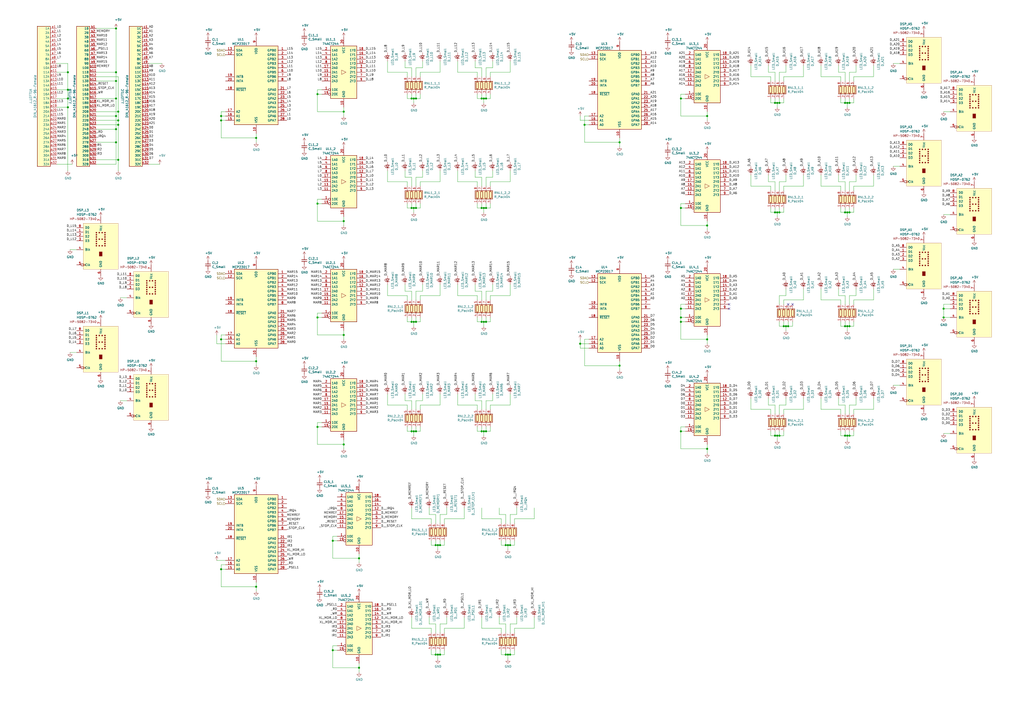
<source format=kicad_sch>
(kicad_sch (version 20200828) (generator eeschema)
  (page 2 2)
  (paper "A2")
  (junction (at 39.37 41.91) (diameter 1.016))
  (junction (at 39.37 52.07) (diameter 1.016))
  (junction (at 39.37 57.15) (diameter 1.016))
  (junction (at 39.37 62.23) (diameter 1.016))
  (junction (at 67.31 16.51) (diameter 1.016))
  (junction (at 67.31 41.91) (diameter 1.016))
  (junction (at 67.31 46.99) (diameter 1.016))
  (junction (at 67.31 57.15) (diameter 1.016))
  (junction (at 67.31 67.31) (diameter 1.016))
  (junction (at 67.31 74.93) (diameter 1.016))
  (junction (at 67.31 82.55) (diameter 1.016))
  (junction (at 68.58 64.77) (diameter 1.016))
  (junction (at 68.58 69.85) (diameter 1.016))
  (junction (at 68.58 72.39) (diameter 1.016))
  (junction (at 68.58 92.71) (diameter 1.016))
  (junction (at 128.27 67.31) (diameter 1.016))
  (junction (at 128.27 69.85) (diameter 1.016))
  (junction (at 128.27 196.85) (diameter 1.016))
  (junction (at 128.27 330.2) (diameter 1.016))
  (junction (at 148.59 80.01) (diameter 1.016))
  (junction (at 148.59 209.55) (diameter 1.016))
  (junction (at 148.59 340.36) (diameter 1.016))
  (junction (at 184.15 54.61) (diameter 1.016))
  (junction (at 184.15 118.11) (diameter 1.016))
  (junction (at 184.15 184.15) (diameter 1.016))
  (junction (at 184.15 247.65) (diameter 1.016))
  (junction (at 193.04 313.69) (diameter 1.016))
  (junction (at 193.04 377.19) (diameter 1.016))
  (junction (at 199.39 64.77) (diameter 1.016))
  (junction (at 199.39 128.27) (diameter 1.016))
  (junction (at 199.39 194.31) (diameter 1.016))
  (junction (at 199.39 257.81) (diameter 1.016))
  (junction (at 208.28 323.85) (diameter 1.016))
  (junction (at 208.28 387.35) (diameter 1.016))
  (junction (at 238.76 57.15) (diameter 1.016))
  (junction (at 238.76 120.65) (diameter 1.016))
  (junction (at 238.76 186.69) (diameter 1.016))
  (junction (at 238.76 250.19) (diameter 1.016))
  (junction (at 240.03 57.15) (diameter 1.016))
  (junction (at 240.03 120.65) (diameter 1.016))
  (junction (at 240.03 186.69) (diameter 1.016))
  (junction (at 240.03 250.19) (diameter 1.016))
  (junction (at 241.3 57.15) (diameter 1.016))
  (junction (at 241.3 120.65) (diameter 1.016))
  (junction (at 241.3 186.69) (diameter 1.016))
  (junction (at 241.3 250.19) (diameter 1.016))
  (junction (at 252.73 316.23) (diameter 1.016))
  (junction (at 252.73 379.73) (diameter 1.016))
  (junction (at 254 316.23) (diameter 1.016))
  (junction (at 254 379.73) (diameter 1.016))
  (junction (at 255.27 316.23) (diameter 1.016))
  (junction (at 255.27 379.73) (diameter 1.016))
  (junction (at 279.4 57.15) (diameter 1.016))
  (junction (at 279.4 120.65) (diameter 1.016))
  (junction (at 279.4 186.69) (diameter 1.016))
  (junction (at 279.4 250.19) (diameter 1.016))
  (junction (at 280.67 57.15) (diameter 1.016))
  (junction (at 280.67 120.65) (diameter 1.016))
  (junction (at 280.67 186.69) (diameter 1.016))
  (junction (at 280.67 250.19) (diameter 1.016))
  (junction (at 281.94 57.15) (diameter 1.016))
  (junction (at 281.94 120.65) (diameter 1.016))
  (junction (at 281.94 186.69) (diameter 1.016))
  (junction (at 281.94 250.19) (diameter 1.016))
  (junction (at 293.37 316.23) (diameter 1.016))
  (junction (at 293.37 379.73) (diameter 1.016))
  (junction (at 294.64 316.23) (diameter 1.016))
  (junction (at 294.64 379.73) (diameter 1.016))
  (junction (at 295.91 316.23) (diameter 1.016))
  (junction (at 295.91 379.73) (diameter 1.016))
  (junction (at 336.55 199.39) (diameter 1.016))
  (junction (at 339.09 72.39) (diameter 1.016))
  (junction (at 359.41 82.55) (diameter 1.016))
  (junction (at 359.41 212.09) (diameter 1.016))
  (junction (at 394.97 57.15) (diameter 1.016))
  (junction (at 394.97 120.65) (diameter 1.016))
  (junction (at 394.97 179.07) (diameter 1.016))
  (junction (at 394.97 184.15) (diameter 1.016))
  (junction (at 394.97 186.69) (diameter 1.016))
  (junction (at 394.97 250.19) (diameter 1.016))
  (junction (at 410.21 67.31) (diameter 1.016))
  (junction (at 410.21 130.81) (diameter 1.016))
  (junction (at 410.21 196.85) (diameter 1.016))
  (junction (at 410.21 260.35) (diameter 1.016))
  (junction (at 449.58 59.69) (diameter 1.016))
  (junction (at 449.58 123.19) (diameter 1.016))
  (junction (at 449.58 252.73) (diameter 1.016))
  (junction (at 450.85 59.69) (diameter 1.016))
  (junction (at 450.85 123.19) (diameter 1.016))
  (junction (at 450.85 252.73) (diameter 1.016))
  (junction (at 452.12 59.69) (diameter 1.016))
  (junction (at 452.12 123.19) (diameter 1.016))
  (junction (at 452.12 252.73) (diameter 1.016))
  (junction (at 454.66 189.23) (diameter 1.016))
  (junction (at 455.93 189.23) (diameter 1.016))
  (junction (at 457.2 189.23) (diameter 1.016))
  (junction (at 490.22 59.69) (diameter 1.016))
  (junction (at 490.22 123.19) (diameter 1.016))
  (junction (at 490.22 189.23) (diameter 1.016))
  (junction (at 490.22 252.73) (diameter 1.016))
  (junction (at 491.49 59.69) (diameter 1.016))
  (junction (at 491.49 123.19) (diameter 1.016))
  (junction (at 491.49 189.23) (diameter 1.016))
  (junction (at 491.49 252.73) (diameter 1.016))
  (junction (at 492.76 59.69) (diameter 1.016))
  (junction (at 492.76 123.19) (diameter 1.016))
  (junction (at 492.76 189.23) (diameter 1.016))
  (junction (at 492.76 252.73) (diameter 1.016))
  (junction (at 547.37 179.07) (diameter 1.016))
  (junction (at 547.37 184.15) (diameter 1.016))
  (no_connect (at 459.74 176.53))
  (no_connect (at 422.91 179.07))
  (no_connect (at 457.2 176.53))
  (no_connect (at 422.91 176.53))
  (wire (pts (xy 33.02 36.83) (xy 39.37 36.83)))
  (wire (pts (xy 33.02 41.91) (xy 39.37 41.91)))
  (wire (pts (xy 33.02 52.07) (xy 39.37 52.07)))
  (wire (pts (xy 33.02 57.15) (xy 39.37 57.15)))
  (wire (pts (xy 33.02 62.23) (xy 39.37 62.23)))
  (wire (pts (xy 33.02 95.25) (xy 41.91 95.25)))
  (wire (pts (xy 39.37 36.83) (xy 39.37 41.91)))
  (wire (pts (xy 39.37 41.91) (xy 39.37 52.07)))
  (wire (pts (xy 39.37 52.07) (xy 39.37 57.15)))
  (wire (pts (xy 39.37 57.15) (xy 39.37 62.23)))
  (wire (pts (xy 39.37 62.23) (xy 39.37 99.06)))
  (wire (pts (xy 40.64 144.78) (xy 44.45 144.78)))
  (wire (pts (xy 40.64 204.47) (xy 44.45 204.47)))
  (wire (pts (xy 55.88 16.51) (xy 67.31 16.51)))
  (wire (pts (xy 55.88 41.91) (xy 67.31 41.91)))
  (wire (pts (xy 55.88 44.45) (xy 68.58 44.45)))
  (wire (pts (xy 55.88 46.99) (xy 67.31 46.99)))
  (wire (pts (xy 55.88 57.15) (xy 67.31 57.15)))
  (wire (pts (xy 55.88 64.77) (xy 68.58 64.77)))
  (wire (pts (xy 55.88 67.31) (xy 67.31 67.31)))
  (wire (pts (xy 55.88 72.39) (xy 68.58 72.39)))
  (wire (pts (xy 55.88 74.93) (xy 67.31 74.93)))
  (wire (pts (xy 55.88 82.55) (xy 67.31 82.55)))
  (wire (pts (xy 55.88 92.71) (xy 68.58 92.71)))
  (wire (pts (xy 55.88 95.25) (xy 67.31 95.25)))
  (wire (pts (xy 67.31 16.51) (xy 67.31 41.91)))
  (wire (pts (xy 67.31 41.91) (xy 67.31 46.99)))
  (wire (pts (xy 67.31 46.99) (xy 67.31 57.15)))
  (wire (pts (xy 67.31 57.15) (xy 67.31 67.31)))
  (wire (pts (xy 67.31 67.31) (xy 67.31 74.93)))
  (wire (pts (xy 67.31 82.55) (xy 67.31 74.93)))
  (wire (pts (xy 67.31 95.25) (xy 67.31 82.55)))
  (wire (pts (xy 68.58 44.45) (xy 68.58 64.77)))
  (wire (pts (xy 68.58 64.77) (xy 68.58 69.85)))
  (wire (pts (xy 68.58 69.85) (xy 55.88 69.85)))
  (wire (pts (xy 68.58 72.39) (xy 68.58 69.85)))
  (wire (pts (xy 68.58 92.71) (xy 68.58 72.39)))
  (wire (pts (xy 68.58 92.71) (xy 68.58 99.06)))
  (wire (pts (xy 69.85 172.72) (xy 73.66 172.72)))
  (wire (pts (xy 69.85 232.41) (xy 73.66 232.41)))
  (wire (pts (xy 86.36 36.83) (xy 93.98 36.83)))
  (wire (pts (xy 86.36 95.25) (xy 92.71 95.25)))
  (wire (pts (xy 125.73 194.31) (xy 125.73 199.39)))
  (wire (pts (xy 125.73 325.12) (xy 130.81 325.12)))
  (wire (pts (xy 128.27 64.77) (xy 128.27 67.31)))
  (wire (pts (xy 128.27 67.31) (xy 128.27 69.85)))
  (wire (pts (xy 128.27 67.31) (xy 130.81 67.31)))
  (wire (pts (xy 128.27 69.85) (xy 128.27 80.01)))
  (wire (pts (xy 128.27 69.85) (xy 130.81 69.85)))
  (wire (pts (xy 128.27 80.01) (xy 148.59 80.01)))
  (wire (pts (xy 128.27 194.31) (xy 128.27 196.85)))
  (wire (pts (xy 128.27 196.85) (xy 128.27 209.55)))
  (wire (pts (xy 128.27 196.85) (xy 130.81 196.85)))
  (wire (pts (xy 128.27 209.55) (xy 148.59 209.55)))
  (wire (pts (xy 128.27 327.66) (xy 128.27 330.2)))
  (wire (pts (xy 128.27 327.66) (xy 130.81 327.66)))
  (wire (pts (xy 128.27 330.2) (xy 128.27 340.36)))
  (wire (pts (xy 128.27 330.2) (xy 130.81 330.2)))
  (wire (pts (xy 128.27 340.36) (xy 148.59 340.36)))
  (wire (pts (xy 130.81 64.77) (xy 128.27 64.77)))
  (wire (pts (xy 130.81 194.31) (xy 128.27 194.31)))
  (wire (pts (xy 130.81 199.39) (xy 125.73 199.39)))
  (wire (pts (xy 148.59 77.47) (xy 148.59 80.01)))
  (wire (pts (xy 148.59 80.01) (xy 148.59 82.55)))
  (wire (pts (xy 148.59 207.01) (xy 148.59 209.55)))
  (wire (pts (xy 148.59 209.55) (xy 148.59 212.09)))
  (wire (pts (xy 148.59 337.82) (xy 148.59 340.36)))
  (wire (pts (xy 148.59 340.36) (xy 148.59 342.9)))
  (wire (pts (xy 184.15 52.07) (xy 184.15 54.61)))
  (wire (pts (xy 184.15 54.61) (xy 184.15 64.77)))
  (wire (pts (xy 184.15 54.61) (xy 186.69 54.61)))
  (wire (pts (xy 184.15 64.77) (xy 199.39 64.77)))
  (wire (pts (xy 184.15 115.57) (xy 184.15 118.11)))
  (wire (pts (xy 184.15 118.11) (xy 184.15 128.27)))
  (wire (pts (xy 184.15 118.11) (xy 186.69 118.11)))
  (wire (pts (xy 184.15 128.27) (xy 199.39 128.27)))
  (wire (pts (xy 184.15 181.61) (xy 184.15 184.15)))
  (wire (pts (xy 184.15 184.15) (xy 184.15 194.31)))
  (wire (pts (xy 184.15 184.15) (xy 186.69 184.15)))
  (wire (pts (xy 184.15 194.31) (xy 199.39 194.31)))
  (wire (pts (xy 184.15 245.11) (xy 184.15 247.65)))
  (wire (pts (xy 184.15 247.65) (xy 184.15 257.81)))
  (wire (pts (xy 184.15 247.65) (xy 186.69 247.65)))
  (wire (pts (xy 184.15 257.81) (xy 199.39 257.81)))
  (wire (pts (xy 186.69 52.07) (xy 184.15 52.07)))
  (wire (pts (xy 186.69 115.57) (xy 184.15 115.57)))
  (wire (pts (xy 186.69 181.61) (xy 184.15 181.61)))
  (wire (pts (xy 186.69 245.11) (xy 184.15 245.11)))
  (wire (pts (xy 193.04 311.15) (xy 193.04 313.69)))
  (wire (pts (xy 193.04 313.69) (xy 193.04 323.85)))
  (wire (pts (xy 193.04 313.69) (xy 195.58 313.69)))
  (wire (pts (xy 193.04 323.85) (xy 208.28 323.85)))
  (wire (pts (xy 193.04 374.65) (xy 193.04 377.19)))
  (wire (pts (xy 193.04 377.19) (xy 193.04 387.35)))
  (wire (pts (xy 193.04 377.19) (xy 195.58 377.19)))
  (wire (pts (xy 193.04 387.35) (xy 208.28 387.35)))
  (wire (pts (xy 195.58 311.15) (xy 193.04 311.15)))
  (wire (pts (xy 195.58 374.65) (xy 193.04 374.65)))
  (wire (pts (xy 199.39 64.77) (xy 199.39 62.23)))
  (wire (pts (xy 199.39 64.77) (xy 199.39 67.31)))
  (wire (pts (xy 199.39 128.27) (xy 199.39 125.73)))
  (wire (pts (xy 199.39 128.27) (xy 199.39 130.81)))
  (wire (pts (xy 199.39 194.31) (xy 199.39 191.77)))
  (wire (pts (xy 199.39 194.31) (xy 199.39 196.85)))
  (wire (pts (xy 199.39 257.81) (xy 199.39 255.27)))
  (wire (pts (xy 199.39 257.81) (xy 199.39 260.35)))
  (wire (pts (xy 208.28 323.85) (xy 208.28 321.31)))
  (wire (pts (xy 208.28 323.85) (xy 208.28 326.39)))
  (wire (pts (xy 208.28 387.35) (xy 208.28 384.81)))
  (wire (pts (xy 208.28 387.35) (xy 208.28 389.89)))
  (wire (pts (xy 224.79 35.56) (xy 224.79 41.91)))
  (wire (pts (xy 224.79 99.06) (xy 224.79 105.41)))
  (wire (pts (xy 224.79 165.1) (xy 224.79 171.45)))
  (wire (pts (xy 224.79 228.6) (xy 224.79 234.95)))
  (wire (pts (xy 234.95 35.56) (xy 234.95 39.37)))
  (wire (pts (xy 234.95 39.37) (xy 238.76 39.37)))
  (wire (pts (xy 234.95 99.06) (xy 234.95 102.87)))
  (wire (pts (xy 234.95 102.87) (xy 238.76 102.87)))
  (wire (pts (xy 234.95 165.1) (xy 234.95 168.91)))
  (wire (pts (xy 234.95 168.91) (xy 238.76 168.91)))
  (wire (pts (xy 234.95 228.6) (xy 234.95 232.41)))
  (wire (pts (xy 234.95 232.41) (xy 238.76 232.41)))
  (wire (pts (xy 236.22 41.91) (xy 224.79 41.91)))
  (wire (pts (xy 236.22 44.45) (xy 236.22 41.91)))
  (wire (pts (xy 236.22 54.61) (xy 236.22 57.15)))
  (wire (pts (xy 236.22 57.15) (xy 238.76 57.15)))
  (wire (pts (xy 236.22 105.41) (xy 224.79 105.41)))
  (wire (pts (xy 236.22 107.95) (xy 236.22 105.41)))
  (wire (pts (xy 236.22 118.11) (xy 236.22 120.65)))
  (wire (pts (xy 236.22 120.65) (xy 238.76 120.65)))
  (wire (pts (xy 236.22 171.45) (xy 224.79 171.45)))
  (wire (pts (xy 236.22 173.99) (xy 236.22 171.45)))
  (wire (pts (xy 236.22 184.15) (xy 236.22 186.69)))
  (wire (pts (xy 236.22 186.69) (xy 238.76 186.69)))
  (wire (pts (xy 236.22 234.95) (xy 224.79 234.95)))
  (wire (pts (xy 236.22 237.49) (xy 236.22 234.95)))
  (wire (pts (xy 236.22 247.65) (xy 236.22 250.19)))
  (wire (pts (xy 236.22 250.19) (xy 238.76 250.19)))
  (wire (pts (xy 238.76 39.37) (xy 238.76 44.45)))
  (wire (pts (xy 238.76 54.61) (xy 238.76 57.15)))
  (wire (pts (xy 238.76 57.15) (xy 240.03 57.15)))
  (wire (pts (xy 238.76 102.87) (xy 238.76 107.95)))
  (wire (pts (xy 238.76 118.11) (xy 238.76 120.65)))
  (wire (pts (xy 238.76 120.65) (xy 240.03 120.65)))
  (wire (pts (xy 238.76 168.91) (xy 238.76 173.99)))
  (wire (pts (xy 238.76 184.15) (xy 238.76 186.69)))
  (wire (pts (xy 238.76 186.69) (xy 240.03 186.69)))
  (wire (pts (xy 238.76 232.41) (xy 238.76 237.49)))
  (wire (pts (xy 238.76 247.65) (xy 238.76 250.19)))
  (wire (pts (xy 238.76 250.19) (xy 240.03 250.19)))
  (wire (pts (xy 238.76 294.64) (xy 238.76 300.99)))
  (wire (pts (xy 238.76 358.14) (xy 238.76 364.49)))
  (wire (pts (xy 238.76 364.49) (xy 250.19 364.49)))
  (wire (pts (xy 240.03 57.15) (xy 240.03 59.69)))
  (wire (pts (xy 240.03 57.15) (xy 241.3 57.15)))
  (wire (pts (xy 240.03 120.65) (xy 240.03 123.19)))
  (wire (pts (xy 240.03 120.65) (xy 241.3 120.65)))
  (wire (pts (xy 240.03 186.69) (xy 240.03 189.23)))
  (wire (pts (xy 240.03 186.69) (xy 241.3 186.69)))
  (wire (pts (xy 240.03 250.19) (xy 240.03 252.73)))
  (wire (pts (xy 240.03 250.19) (xy 241.3 250.19)))
  (wire (pts (xy 241.3 39.37) (xy 241.3 44.45)))
  (wire (pts (xy 241.3 54.61) (xy 241.3 57.15)))
  (wire (pts (xy 241.3 57.15) (xy 243.84 57.15)))
  (wire (pts (xy 241.3 102.87) (xy 241.3 107.95)))
  (wire (pts (xy 241.3 118.11) (xy 241.3 120.65)))
  (wire (pts (xy 241.3 120.65) (xy 243.84 120.65)))
  (wire (pts (xy 241.3 168.91) (xy 241.3 173.99)))
  (wire (pts (xy 241.3 184.15) (xy 241.3 186.69)))
  (wire (pts (xy 241.3 186.69) (xy 243.84 186.69)))
  (wire (pts (xy 241.3 232.41) (xy 241.3 237.49)))
  (wire (pts (xy 241.3 247.65) (xy 241.3 250.19)))
  (wire (pts (xy 241.3 250.19) (xy 243.84 250.19)))
  (wire (pts (xy 243.84 41.91) (xy 255.27 41.91)))
  (wire (pts (xy 243.84 44.45) (xy 243.84 41.91)))
  (wire (pts (xy 243.84 54.61) (xy 243.84 57.15)))
  (wire (pts (xy 243.84 105.41) (xy 255.27 105.41)))
  (wire (pts (xy 243.84 107.95) (xy 243.84 105.41)))
  (wire (pts (xy 243.84 118.11) (xy 243.84 120.65)))
  (wire (pts (xy 243.84 171.45) (xy 255.27 171.45)))
  (wire (pts (xy 243.84 173.99) (xy 243.84 171.45)))
  (wire (pts (xy 243.84 184.15) (xy 243.84 186.69)))
  (wire (pts (xy 243.84 234.95) (xy 255.27 234.95)))
  (wire (pts (xy 243.84 237.49) (xy 243.84 234.95)))
  (wire (pts (xy 243.84 247.65) (xy 243.84 250.19)))
  (wire (pts (xy 245.11 35.56) (xy 245.11 39.37)))
  (wire (pts (xy 245.11 39.37) (xy 241.3 39.37)))
  (wire (pts (xy 245.11 99.06) (xy 245.11 102.87)))
  (wire (pts (xy 245.11 102.87) (xy 241.3 102.87)))
  (wire (pts (xy 245.11 165.1) (xy 245.11 168.91)))
  (wire (pts (xy 245.11 168.91) (xy 241.3 168.91)))
  (wire (pts (xy 245.11 228.6) (xy 245.11 232.41)))
  (wire (pts (xy 245.11 232.41) (xy 241.3 232.41)))
  (wire (pts (xy 248.92 294.64) (xy 248.92 298.45)))
  (wire (pts (xy 248.92 298.45) (xy 252.73 298.45)))
  (wire (pts (xy 248.92 358.14) (xy 248.92 361.95)))
  (wire (pts (xy 248.92 361.95) (xy 252.73 361.95)))
  (wire (pts (xy 250.19 300.99) (xy 238.76 300.99)))
  (wire (pts (xy 250.19 303.53) (xy 250.19 300.99)))
  (wire (pts (xy 250.19 313.69) (xy 250.19 316.23)))
  (wire (pts (xy 250.19 316.23) (xy 252.73 316.23)))
  (wire (pts (xy 250.19 364.49) (xy 250.19 367.03)))
  (wire (pts (xy 250.19 377.19) (xy 250.19 379.73)))
  (wire (pts (xy 250.19 379.73) (xy 252.73 379.73)))
  (wire (pts (xy 252.73 298.45) (xy 252.73 303.53)))
  (wire (pts (xy 252.73 313.69) (xy 252.73 316.23)))
  (wire (pts (xy 252.73 316.23) (xy 254 316.23)))
  (wire (pts (xy 252.73 361.95) (xy 252.73 367.03)))
  (wire (pts (xy 252.73 377.19) (xy 252.73 379.73)))
  (wire (pts (xy 252.73 379.73) (xy 254 379.73)))
  (wire (pts (xy 254 316.23) (xy 254 318.77)))
  (wire (pts (xy 254 316.23) (xy 255.27 316.23)))
  (wire (pts (xy 254 379.73) (xy 254 382.27)))
  (wire (pts (xy 254 379.73) (xy 255.27 379.73)))
  (wire (pts (xy 255.27 41.91) (xy 255.27 35.56)))
  (wire (pts (xy 255.27 105.41) (xy 255.27 99.06)))
  (wire (pts (xy 255.27 171.45) (xy 255.27 165.1)))
  (wire (pts (xy 255.27 234.95) (xy 255.27 228.6)))
  (wire (pts (xy 255.27 298.45) (xy 255.27 303.53)))
  (wire (pts (xy 255.27 313.69) (xy 255.27 316.23)))
  (wire (pts (xy 255.27 316.23) (xy 257.81 316.23)))
  (wire (pts (xy 255.27 361.95) (xy 255.27 367.03)))
  (wire (pts (xy 255.27 377.19) (xy 255.27 379.73)))
  (wire (pts (xy 255.27 379.73) (xy 257.81 379.73)))
  (wire (pts (xy 257.81 300.99) (xy 269.24 300.99)))
  (wire (pts (xy 257.81 303.53) (xy 257.81 300.99)))
  (wire (pts (xy 257.81 313.69) (xy 257.81 316.23)))
  (wire (pts (xy 257.81 364.49) (xy 269.24 364.49)))
  (wire (pts (xy 257.81 367.03) (xy 257.81 364.49)))
  (wire (pts (xy 257.81 377.19) (xy 257.81 379.73)))
  (wire (pts (xy 259.08 294.64) (xy 259.08 298.45)))
  (wire (pts (xy 259.08 298.45) (xy 255.27 298.45)))
  (wire (pts (xy 259.08 358.14) (xy 259.08 361.95)))
  (wire (pts (xy 259.08 361.95) (xy 255.27 361.95)))
  (wire (pts (xy 265.43 35.56) (xy 265.43 41.91)))
  (wire (pts (xy 265.43 41.91) (xy 276.86 41.91)))
  (wire (pts (xy 265.43 99.06) (xy 265.43 105.41)))
  (wire (pts (xy 265.43 105.41) (xy 276.86 105.41)))
  (wire (pts (xy 265.43 165.1) (xy 265.43 171.45)))
  (wire (pts (xy 265.43 171.45) (xy 276.86 171.45)))
  (wire (pts (xy 265.43 228.6) (xy 265.43 234.95)))
  (wire (pts (xy 265.43 234.95) (xy 276.86 234.95)))
  (wire (pts (xy 269.24 300.99) (xy 269.24 294.64)))
  (wire (pts (xy 269.24 364.49) (xy 269.24 358.14)))
  (wire (pts (xy 275.59 35.56) (xy 275.59 39.37)))
  (wire (pts (xy 275.59 39.37) (xy 279.4 39.37)))
  (wire (pts (xy 275.59 99.06) (xy 275.59 102.87)))
  (wire (pts (xy 275.59 102.87) (xy 279.4 102.87)))
  (wire (pts (xy 275.59 165.1) (xy 275.59 168.91)))
  (wire (pts (xy 275.59 168.91) (xy 279.4 168.91)))
  (wire (pts (xy 275.59 228.6) (xy 275.59 232.41)))
  (wire (pts (xy 275.59 232.41) (xy 279.4 232.41)))
  (wire (pts (xy 276.86 41.91) (xy 276.86 44.45)))
  (wire (pts (xy 276.86 54.61) (xy 276.86 57.15)))
  (wire (pts (xy 276.86 57.15) (xy 279.4 57.15)))
  (wire (pts (xy 276.86 105.41) (xy 276.86 107.95)))
  (wire (pts (xy 276.86 118.11) (xy 276.86 120.65)))
  (wire (pts (xy 276.86 120.65) (xy 279.4 120.65)))
  (wire (pts (xy 276.86 171.45) (xy 276.86 173.99)))
  (wire (pts (xy 276.86 184.15) (xy 276.86 186.69)))
  (wire (pts (xy 276.86 186.69) (xy 279.4 186.69)))
  (wire (pts (xy 276.86 234.95) (xy 276.86 237.49)))
  (wire (pts (xy 276.86 247.65) (xy 276.86 250.19)))
  (wire (pts (xy 276.86 250.19) (xy 279.4 250.19)))
  (wire (pts (xy 279.4 39.37) (xy 279.4 44.45)))
  (wire (pts (xy 279.4 54.61) (xy 279.4 57.15)))
  (wire (pts (xy 279.4 57.15) (xy 280.67 57.15)))
  (wire (pts (xy 279.4 102.87) (xy 279.4 107.95)))
  (wire (pts (xy 279.4 118.11) (xy 279.4 120.65)))
  (wire (pts (xy 279.4 120.65) (xy 280.67 120.65)))
  (wire (pts (xy 279.4 168.91) (xy 279.4 173.99)))
  (wire (pts (xy 279.4 184.15) (xy 279.4 186.69)))
  (wire (pts (xy 279.4 186.69) (xy 280.67 186.69)))
  (wire (pts (xy 279.4 232.41) (xy 279.4 237.49)))
  (wire (pts (xy 279.4 247.65) (xy 279.4 250.19)))
  (wire (pts (xy 279.4 250.19) (xy 280.67 250.19)))
  (wire (pts (xy 279.4 294.64) (xy 279.4 300.99)))
  (wire (pts (xy 279.4 300.99) (xy 290.83 300.99)))
  (wire (pts (xy 279.4 358.14) (xy 279.4 364.49)))
  (wire (pts (xy 279.4 364.49) (xy 290.83 364.49)))
  (wire (pts (xy 280.67 57.15) (xy 280.67 59.69)))
  (wire (pts (xy 280.67 57.15) (xy 281.94 57.15)))
  (wire (pts (xy 280.67 120.65) (xy 280.67 123.19)))
  (wire (pts (xy 280.67 120.65) (xy 281.94 120.65)))
  (wire (pts (xy 280.67 186.69) (xy 280.67 189.23)))
  (wire (pts (xy 280.67 186.69) (xy 281.94 186.69)))
  (wire (pts (xy 280.67 250.19) (xy 280.67 252.73)))
  (wire (pts (xy 280.67 250.19) (xy 281.94 250.19)))
  (wire (pts (xy 281.94 39.37) (xy 281.94 44.45)))
  (wire (pts (xy 281.94 54.61) (xy 281.94 57.15)))
  (wire (pts (xy 281.94 57.15) (xy 284.48 57.15)))
  (wire (pts (xy 281.94 102.87) (xy 281.94 107.95)))
  (wire (pts (xy 281.94 118.11) (xy 281.94 120.65)))
  (wire (pts (xy 281.94 120.65) (xy 284.48 120.65)))
  (wire (pts (xy 281.94 168.91) (xy 281.94 173.99)))
  (wire (pts (xy 281.94 184.15) (xy 281.94 186.69)))
  (wire (pts (xy 281.94 186.69) (xy 284.48 186.69)))
  (wire (pts (xy 281.94 232.41) (xy 281.94 237.49)))
  (wire (pts (xy 281.94 247.65) (xy 281.94 250.19)))
  (wire (pts (xy 281.94 250.19) (xy 284.48 250.19)))
  (wire (pts (xy 284.48 41.91) (xy 295.91 41.91)))
  (wire (pts (xy 284.48 44.45) (xy 284.48 41.91)))
  (wire (pts (xy 284.48 57.15) (xy 284.48 54.61)))
  (wire (pts (xy 284.48 105.41) (xy 295.91 105.41)))
  (wire (pts (xy 284.48 107.95) (xy 284.48 105.41)))
  (wire (pts (xy 284.48 120.65) (xy 284.48 118.11)))
  (wire (pts (xy 284.48 171.45) (xy 295.91 171.45)))
  (wire (pts (xy 284.48 173.99) (xy 284.48 171.45)))
  (wire (pts (xy 284.48 186.69) (xy 284.48 184.15)))
  (wire (pts (xy 284.48 234.95) (xy 295.91 234.95)))
  (wire (pts (xy 284.48 237.49) (xy 284.48 234.95)))
  (wire (pts (xy 284.48 250.19) (xy 284.48 247.65)))
  (wire (pts (xy 285.75 35.56) (xy 285.75 39.37)))
  (wire (pts (xy 285.75 39.37) (xy 281.94 39.37)))
  (wire (pts (xy 285.75 99.06) (xy 285.75 102.87)))
  (wire (pts (xy 285.75 102.87) (xy 281.94 102.87)))
  (wire (pts (xy 285.75 165.1) (xy 285.75 168.91)))
  (wire (pts (xy 285.75 168.91) (xy 281.94 168.91)))
  (wire (pts (xy 285.75 228.6) (xy 285.75 232.41)))
  (wire (pts (xy 285.75 232.41) (xy 281.94 232.41)))
  (wire (pts (xy 289.56 294.64) (xy 289.56 298.45)))
  (wire (pts (xy 289.56 298.45) (xy 293.37 298.45)))
  (wire (pts (xy 289.56 358.14) (xy 289.56 361.95)))
  (wire (pts (xy 289.56 361.95) (xy 293.37 361.95)))
  (wire (pts (xy 290.83 300.99) (xy 290.83 303.53)))
  (wire (pts (xy 290.83 313.69) (xy 290.83 316.23)))
  (wire (pts (xy 290.83 316.23) (xy 293.37 316.23)))
  (wire (pts (xy 290.83 364.49) (xy 290.83 367.03)))
  (wire (pts (xy 290.83 377.19) (xy 290.83 379.73)))
  (wire (pts (xy 290.83 379.73) (xy 293.37 379.73)))
  (wire (pts (xy 293.37 298.45) (xy 293.37 303.53)))
  (wire (pts (xy 293.37 313.69) (xy 293.37 316.23)))
  (wire (pts (xy 293.37 316.23) (xy 294.64 316.23)))
  (wire (pts (xy 293.37 361.95) (xy 293.37 367.03)))
  (wire (pts (xy 293.37 377.19) (xy 293.37 379.73)))
  (wire (pts (xy 293.37 379.73) (xy 294.64 379.73)))
  (wire (pts (xy 294.64 316.23) (xy 294.64 318.77)))
  (wire (pts (xy 294.64 316.23) (xy 295.91 316.23)))
  (wire (pts (xy 294.64 379.73) (xy 294.64 382.27)))
  (wire (pts (xy 294.64 379.73) (xy 295.91 379.73)))
  (wire (pts (xy 295.91 41.91) (xy 295.91 35.56)))
  (wire (pts (xy 295.91 105.41) (xy 295.91 99.06)))
  (wire (pts (xy 295.91 171.45) (xy 295.91 165.1)))
  (wire (pts (xy 295.91 234.95) (xy 295.91 228.6)))
  (wire (pts (xy 295.91 298.45) (xy 295.91 303.53)))
  (wire (pts (xy 295.91 313.69) (xy 295.91 316.23)))
  (wire (pts (xy 295.91 316.23) (xy 298.45 316.23)))
  (wire (pts (xy 295.91 361.95) (xy 295.91 367.03)))
  (wire (pts (xy 295.91 377.19) (xy 295.91 379.73)))
  (wire (pts (xy 295.91 379.73) (xy 298.45 379.73)))
  (wire (pts (xy 298.45 300.99) (xy 309.88 300.99)))
  (wire (pts (xy 298.45 303.53) (xy 298.45 300.99)))
  (wire (pts (xy 298.45 316.23) (xy 298.45 313.69)))
  (wire (pts (xy 298.45 364.49) (xy 309.88 364.49)))
  (wire (pts (xy 298.45 367.03) (xy 298.45 364.49)))
  (wire (pts (xy 298.45 379.73) (xy 298.45 377.19)))
  (wire (pts (xy 299.72 294.64) (xy 299.72 298.45)))
  (wire (pts (xy 299.72 298.45) (xy 295.91 298.45)))
  (wire (pts (xy 299.72 358.14) (xy 299.72 361.95)))
  (wire (pts (xy 299.72 361.95) (xy 295.91 361.95)))
  (wire (pts (xy 309.88 300.99) (xy 309.88 294.64)))
  (wire (pts (xy 309.88 364.49) (xy 309.88 358.14)))
  (wire (pts (xy 336.55 67.31) (xy 336.55 69.85)))
  (wire (pts (xy 336.55 196.85) (xy 336.55 199.39)))
  (wire (pts (xy 336.55 199.39) (xy 336.55 201.93)))
  (wire (pts (xy 336.55 199.39) (xy 341.63 199.39)))
  (wire (pts (xy 339.09 67.31) (xy 339.09 72.39)))
  (wire (pts (xy 339.09 72.39) (xy 339.09 82.55)))
  (wire (pts (xy 339.09 72.39) (xy 341.63 72.39)))
  (wire (pts (xy 339.09 82.55) (xy 359.41 82.55)))
  (wire (pts (xy 339.09 196.85) (xy 339.09 212.09)))
  (wire (pts (xy 339.09 212.09) (xy 359.41 212.09)))
  (wire (pts (xy 341.63 67.31) (xy 339.09 67.31)))
  (wire (pts (xy 341.63 69.85) (xy 336.55 69.85)))
  (wire (pts (xy 341.63 196.85) (xy 339.09 196.85)))
  (wire (pts (xy 341.63 201.93) (xy 336.55 201.93)))
  (wire (pts (xy 359.41 80.01) (xy 359.41 82.55)))
  (wire (pts (xy 359.41 82.55) (xy 359.41 85.09)))
  (wire (pts (xy 359.41 209.55) (xy 359.41 212.09)))
  (wire (pts (xy 359.41 212.09) (xy 359.41 214.63)))
  (wire (pts (xy 394.97 54.61) (xy 394.97 57.15)))
  (wire (pts (xy 394.97 57.15) (xy 394.97 67.31)))
  (wire (pts (xy 394.97 57.15) (xy 397.51 57.15)))
  (wire (pts (xy 394.97 67.31) (xy 410.21 67.31)))
  (wire (pts (xy 394.97 118.11) (xy 394.97 120.65)))
  (wire (pts (xy 394.97 120.65) (xy 394.97 130.81)))
  (wire (pts (xy 394.97 120.65) (xy 397.51 120.65)))
  (wire (pts (xy 394.97 130.81) (xy 410.21 130.81)))
  (wire (pts (xy 394.97 176.53) (xy 394.97 179.07)))
  (wire (pts (xy 394.97 179.07) (xy 394.97 184.15)))
  (wire (pts (xy 394.97 179.07) (xy 397.51 179.07)))
  (wire (pts (xy 394.97 184.15) (xy 394.97 186.69)))
  (wire (pts (xy 394.97 186.69) (xy 394.97 196.85)))
  (wire (pts (xy 394.97 186.69) (xy 397.51 186.69)))
  (wire (pts (xy 394.97 196.85) (xy 410.21 196.85)))
  (wire (pts (xy 394.97 247.65) (xy 394.97 250.19)))
  (wire (pts (xy 394.97 250.19) (xy 394.97 260.35)))
  (wire (pts (xy 394.97 250.19) (xy 397.51 250.19)))
  (wire (pts (xy 394.97 260.35) (xy 410.21 260.35)))
  (wire (pts (xy 397.51 54.61) (xy 394.97 54.61)))
  (wire (pts (xy 397.51 118.11) (xy 394.97 118.11)))
  (wire (pts (xy 397.51 176.53) (xy 394.97 176.53)))
  (wire (pts (xy 397.51 184.15) (xy 394.97 184.15)))
  (wire (pts (xy 397.51 247.65) (xy 394.97 247.65)))
  (wire (pts (xy 410.21 67.31) (xy 410.21 64.77)))
  (wire (pts (xy 410.21 67.31) (xy 410.21 69.85)))
  (wire (pts (xy 410.21 130.81) (xy 410.21 128.27)))
  (wire (pts (xy 410.21 130.81) (xy 410.21 133.35)))
  (wire (pts (xy 410.21 196.85) (xy 410.21 194.31)))
  (wire (pts (xy 410.21 196.85) (xy 410.21 199.39)))
  (wire (pts (xy 410.21 260.35) (xy 410.21 257.81)))
  (wire (pts (xy 410.21 260.35) (xy 410.21 262.89)))
  (wire (pts (xy 435.61 38.1) (xy 435.61 44.45)))
  (wire (pts (xy 435.61 101.6) (xy 435.61 107.95)))
  (wire (pts (xy 435.61 231.14) (xy 435.61 237.49)))
  (wire (pts (xy 445.77 38.1) (xy 445.77 41.91)))
  (wire (pts (xy 445.77 41.91) (xy 449.58 41.91)))
  (wire (pts (xy 445.77 101.6) (xy 445.77 105.41)))
  (wire (pts (xy 445.77 105.41) (xy 449.58 105.41)))
  (wire (pts (xy 445.77 231.14) (xy 445.77 234.95)))
  (wire (pts (xy 445.77 234.95) (xy 449.58 234.95)))
  (wire (pts (xy 447.04 44.45) (xy 435.61 44.45)))
  (wire (pts (xy 447.04 46.99) (xy 447.04 44.45)))
  (wire (pts (xy 447.04 57.15) (xy 447.04 59.69)))
  (wire (pts (xy 447.04 59.69) (xy 449.58 59.69)))
  (wire (pts (xy 447.04 107.95) (xy 435.61 107.95)))
  (wire (pts (xy 447.04 110.49) (xy 447.04 107.95)))
  (wire (pts (xy 447.04 120.65) (xy 447.04 123.19)))
  (wire (pts (xy 447.04 123.19) (xy 449.58 123.19)))
  (wire (pts (xy 447.04 237.49) (xy 435.61 237.49)))
  (wire (pts (xy 447.04 240.03) (xy 447.04 237.49)))
  (wire (pts (xy 447.04 250.19) (xy 447.04 252.73)))
  (wire (pts (xy 447.04 252.73) (xy 449.58 252.73)))
  (wire (pts (xy 449.58 41.91) (xy 449.58 46.99)))
  (wire (pts (xy 449.58 57.15) (xy 449.58 59.69)))
  (wire (pts (xy 449.58 59.69) (xy 450.85 59.69)))
  (wire (pts (xy 449.58 105.41) (xy 449.58 110.49)))
  (wire (pts (xy 449.58 120.65) (xy 449.58 123.19)))
  (wire (pts (xy 449.58 123.19) (xy 450.85 123.19)))
  (wire (pts (xy 449.58 234.95) (xy 449.58 240.03)))
  (wire (pts (xy 449.58 250.19) (xy 449.58 252.73)))
  (wire (pts (xy 449.58 252.73) (xy 450.85 252.73)))
  (wire (pts (xy 450.85 59.69) (xy 450.85 62.23)))
  (wire (pts (xy 450.85 59.69) (xy 452.12 59.69)))
  (wire (pts (xy 450.85 123.19) (xy 450.85 125.73)))
  (wire (pts (xy 450.85 123.19) (xy 452.12 123.19)))
  (wire (pts (xy 450.85 252.73) (xy 450.85 255.27)))
  (wire (pts (xy 450.85 252.73) (xy 452.12 252.73)))
  (wire (pts (xy 452.12 41.91) (xy 452.12 46.99)))
  (wire (pts (xy 452.12 57.15) (xy 452.12 59.69)))
  (wire (pts (xy 452.12 59.69) (xy 454.66 59.69)))
  (wire (pts (xy 452.12 105.41) (xy 452.12 110.49)))
  (wire (pts (xy 452.12 120.65) (xy 452.12 123.19)))
  (wire (pts (xy 452.12 123.19) (xy 454.66 123.19)))
  (wire (pts (xy 452.12 171.45) (xy 452.12 176.53)))
  (wire (pts (xy 452.12 186.69) (xy 452.12 189.23)))
  (wire (pts (xy 452.12 189.23) (xy 454.66 189.23)))
  (wire (pts (xy 452.12 234.95) (xy 452.12 240.03)))
  (wire (pts (xy 452.12 250.19) (xy 452.12 252.73)))
  (wire (pts (xy 452.12 252.73) (xy 454.66 252.73)))
  (wire (pts (xy 454.66 44.45) (xy 466.09 44.45)))
  (wire (pts (xy 454.66 46.99) (xy 454.66 44.45)))
  (wire (pts (xy 454.66 57.15) (xy 454.66 59.69)))
  (wire (pts (xy 454.66 107.95) (xy 466.09 107.95)))
  (wire (pts (xy 454.66 110.49) (xy 454.66 107.95)))
  (wire (pts (xy 454.66 120.65) (xy 454.66 123.19)))
  (wire (pts (xy 454.66 173.99) (xy 466.09 173.99)))
  (wire (pts (xy 454.66 176.53) (xy 454.66 173.99)))
  (wire (pts (xy 454.66 186.69) (xy 454.66 189.23)))
  (wire (pts (xy 454.66 189.23) (xy 455.93 189.23)))
  (wire (pts (xy 454.66 237.49) (xy 466.09 237.49)))
  (wire (pts (xy 454.66 240.03) (xy 454.66 237.49)))
  (wire (pts (xy 454.66 250.19) (xy 454.66 252.73)))
  (wire (pts (xy 455.93 38.1) (xy 455.93 41.91)))
  (wire (pts (xy 455.93 41.91) (xy 452.12 41.91)))
  (wire (pts (xy 455.93 101.6) (xy 455.93 105.41)))
  (wire (pts (xy 455.93 105.41) (xy 452.12 105.41)))
  (wire (pts (xy 455.93 167.64) (xy 455.93 171.45)))
  (wire (pts (xy 455.93 171.45) (xy 452.12 171.45)))
  (wire (pts (xy 455.93 189.23) (xy 455.93 191.77)))
  (wire (pts (xy 455.93 189.23) (xy 457.2 189.23)))
  (wire (pts (xy 455.93 231.14) (xy 455.93 234.95)))
  (wire (pts (xy 455.93 234.95) (xy 452.12 234.95)))
  (wire (pts (xy 457.2 186.69) (xy 457.2 189.23)))
  (wire (pts (xy 457.2 189.23) (xy 459.74 189.23)))
  (wire (pts (xy 459.74 186.69) (xy 459.74 189.23)))
  (wire (pts (xy 466.09 44.45) (xy 466.09 38.1)))
  (wire (pts (xy 466.09 107.95) (xy 466.09 101.6)))
  (wire (pts (xy 466.09 173.99) (xy 466.09 167.64)))
  (wire (pts (xy 466.09 237.49) (xy 466.09 231.14)))
  (wire (pts (xy 476.25 38.1) (xy 476.25 44.45)))
  (wire (pts (xy 476.25 44.45) (xy 487.68 44.45)))
  (wire (pts (xy 476.25 101.6) (xy 476.25 107.95)))
  (wire (pts (xy 476.25 107.95) (xy 487.68 107.95)))
  (wire (pts (xy 476.25 167.64) (xy 476.25 173.99)))
  (wire (pts (xy 476.25 173.99) (xy 487.68 173.99)))
  (wire (pts (xy 476.25 231.14) (xy 476.25 237.49)))
  (wire (pts (xy 476.25 237.49) (xy 487.68 237.49)))
  (wire (pts (xy 486.41 38.1) (xy 486.41 41.91)))
  (wire (pts (xy 486.41 41.91) (xy 490.22 41.91)))
  (wire (pts (xy 486.41 101.6) (xy 486.41 105.41)))
  (wire (pts (xy 486.41 105.41) (xy 490.22 105.41)))
  (wire (pts (xy 486.41 167.64) (xy 486.41 171.45)))
  (wire (pts (xy 486.41 171.45) (xy 490.22 171.45)))
  (wire (pts (xy 486.41 231.14) (xy 486.41 234.95)))
  (wire (pts (xy 486.41 234.95) (xy 490.22 234.95)))
  (wire (pts (xy 487.68 44.45) (xy 487.68 46.99)))
  (wire (pts (xy 487.68 57.15) (xy 487.68 59.69)))
  (wire (pts (xy 487.68 59.69) (xy 490.22 59.69)))
  (wire (pts (xy 487.68 107.95) (xy 487.68 110.49)))
  (wire (pts (xy 487.68 120.65) (xy 487.68 123.19)))
  (wire (pts (xy 487.68 123.19) (xy 490.22 123.19)))
  (wire (pts (xy 487.68 173.99) (xy 487.68 176.53)))
  (wire (pts (xy 487.68 186.69) (xy 487.68 189.23)))
  (wire (pts (xy 487.68 189.23) (xy 490.22 189.23)))
  (wire (pts (xy 487.68 237.49) (xy 487.68 240.03)))
  (wire (pts (xy 487.68 250.19) (xy 487.68 252.73)))
  (wire (pts (xy 487.68 252.73) (xy 490.22 252.73)))
  (wire (pts (xy 490.22 41.91) (xy 490.22 46.99)))
  (wire (pts (xy 490.22 57.15) (xy 490.22 59.69)))
  (wire (pts (xy 490.22 59.69) (xy 491.49 59.69)))
  (wire (pts (xy 490.22 105.41) (xy 490.22 110.49)))
  (wire (pts (xy 490.22 120.65) (xy 490.22 123.19)))
  (wire (pts (xy 490.22 123.19) (xy 491.49 123.19)))
  (wire (pts (xy 490.22 171.45) (xy 490.22 176.53)))
  (wire (pts (xy 490.22 186.69) (xy 490.22 189.23)))
  (wire (pts (xy 490.22 189.23) (xy 491.49 189.23)))
  (wire (pts (xy 490.22 234.95) (xy 490.22 240.03)))
  (wire (pts (xy 490.22 250.19) (xy 490.22 252.73)))
  (wire (pts (xy 490.22 252.73) (xy 491.49 252.73)))
  (wire (pts (xy 491.49 59.69) (xy 491.49 62.23)))
  (wire (pts (xy 491.49 59.69) (xy 492.76 59.69)))
  (wire (pts (xy 491.49 123.19) (xy 491.49 125.73)))
  (wire (pts (xy 491.49 123.19) (xy 492.76 123.19)))
  (wire (pts (xy 491.49 189.23) (xy 491.49 191.77)))
  (wire (pts (xy 491.49 189.23) (xy 492.76 189.23)))
  (wire (pts (xy 491.49 252.73) (xy 491.49 255.27)))
  (wire (pts (xy 491.49 252.73) (xy 492.76 252.73)))
  (wire (pts (xy 492.76 41.91) (xy 492.76 46.99)))
  (wire (pts (xy 492.76 57.15) (xy 492.76 59.69)))
  (wire (pts (xy 492.76 59.69) (xy 495.3 59.69)))
  (wire (pts (xy 492.76 105.41) (xy 492.76 110.49)))
  (wire (pts (xy 492.76 120.65) (xy 492.76 123.19)))
  (wire (pts (xy 492.76 123.19) (xy 495.3 123.19)))
  (wire (pts (xy 492.76 171.45) (xy 492.76 176.53)))
  (wire (pts (xy 492.76 186.69) (xy 492.76 189.23)))
  (wire (pts (xy 492.76 189.23) (xy 495.3 189.23)))
  (wire (pts (xy 492.76 234.95) (xy 492.76 240.03)))
  (wire (pts (xy 492.76 250.19) (xy 492.76 252.73)))
  (wire (pts (xy 492.76 252.73) (xy 495.3 252.73)))
  (wire (pts (xy 495.3 44.45) (xy 506.73 44.45)))
  (wire (pts (xy 495.3 46.99) (xy 495.3 44.45)))
  (wire (pts (xy 495.3 59.69) (xy 495.3 57.15)))
  (wire (pts (xy 495.3 107.95) (xy 506.73 107.95)))
  (wire (pts (xy 495.3 110.49) (xy 495.3 107.95)))
  (wire (pts (xy 495.3 123.19) (xy 495.3 120.65)))
  (wire (pts (xy 495.3 173.99) (xy 506.73 173.99)))
  (wire (pts (xy 495.3 176.53) (xy 495.3 173.99)))
  (wire (pts (xy 495.3 189.23) (xy 495.3 186.69)))
  (wire (pts (xy 495.3 237.49) (xy 506.73 237.49)))
  (wire (pts (xy 495.3 240.03) (xy 495.3 237.49)))
  (wire (pts (xy 495.3 252.73) (xy 495.3 250.19)))
  (wire (pts (xy 496.57 38.1) (xy 496.57 41.91)))
  (wire (pts (xy 496.57 41.91) (xy 492.76 41.91)))
  (wire (pts (xy 496.57 101.6) (xy 496.57 105.41)))
  (wire (pts (xy 496.57 105.41) (xy 492.76 105.41)))
  (wire (pts (xy 496.57 167.64) (xy 496.57 171.45)))
  (wire (pts (xy 496.57 171.45) (xy 492.76 171.45)))
  (wire (pts (xy 496.57 231.14) (xy 496.57 234.95)))
  (wire (pts (xy 496.57 234.95) (xy 492.76 234.95)))
  (wire (pts (xy 506.73 44.45) (xy 506.73 38.1)))
  (wire (pts (xy 506.73 107.95) (xy 506.73 101.6)))
  (wire (pts (xy 506.73 173.99) (xy 506.73 167.64)))
  (wire (pts (xy 506.73 237.49) (xy 506.73 231.14)))
  (wire (pts (xy 518.16 36.83) (xy 521.97 36.83)))
  (wire (pts (xy 518.16 96.52) (xy 521.97 96.52)))
  (wire (pts (xy 518.16 156.21) (xy 521.97 156.21)))
  (wire (pts (xy 518.16 223.52) (xy 521.97 223.52)))
  (wire (pts (xy 547.37 64.77) (xy 551.18 64.77)))
  (wire (pts (xy 547.37 124.46) (xy 551.18 124.46)))
  (wire (pts (xy 547.37 176.53) (xy 547.37 179.07)))
  (wire (pts (xy 547.37 179.07) (xy 547.37 184.15)))
  (wire (pts (xy 547.37 179.07) (xy 551.18 179.07)))
  (wire (pts (xy 547.37 184.15) (xy 551.18 184.15)))
  (wire (pts (xy 547.37 251.46) (xy 551.18 251.46)))
  (wire (pts (xy 551.18 176.53) (xy 547.37 176.53)))
  (label "L0" (at 33.02 16.51 0))
  (label "L1" (at 33.02 19.05 0))
  (label "L2" (at 33.02 21.59 0))
  (label "L3" (at 33.02 24.13 0))
  (label "L4" (at 33.02 26.67 0))
  (label "L5" (at 33.02 29.21 0))
  (label "L6" (at 33.02 31.75 0))
  (label "L7" (at 33.02 34.29 0))
  (label "L8" (at 33.02 39.37 0))
  (label "L9" (at 33.02 44.45 0))
  (label "L10" (at 33.02 46.99 0))
  (label "L11" (at 33.02 49.53 0))
  (label "L12" (at 33.02 54.61 0))
  (label "L13" (at 33.02 59.69 0))
  (label "L14" (at 33.02 64.77 0))
  (label "L15" (at 33.02 67.31 0))
  (label "MAR0" (at 33.02 69.85 0))
  (label "MAR1" (at 33.02 72.39 0))
  (label "MAR2" (at 33.02 74.93 0))
  (label "MAR3" (at 33.02 77.47 0))
  (label "MAR4" (at 33.02 80.01 0))
  (label "MAR5" (at 33.02 82.55 0))
  (label "MAR6" (at 33.02 85.09 0))
  (label "MAR7" (at 33.02 87.63 0))
  (label "MAR8" (at 33.02 90.17 0))
  (label "MAR9" (at 33.02 92.71 0))
  (label "D_L15" (at 44.45 132.08 180))
  (label "D_L14" (at 44.45 134.62 180))
  (label "D_L13" (at 44.45 137.16 180))
  (label "D_L12" (at 44.45 139.7 180))
  (label "D_L7" (at 44.45 191.77 180))
  (label "D_L6" (at 44.45 194.31 180))
  (label "D_L5" (at 44.45 196.85 180))
  (label "D_L4" (at 44.45 199.39 180))
  (label "MEMORY" (at 55.88 19.05 0))
  (label "MAR10" (at 55.88 21.59 0))
  (label "MAR11" (at 55.88 24.13 0))
  (label "MAR12" (at 55.88 26.67 0))
  (label "_PSEL1" (at 55.88 29.21 0))
  (label "MAR13" (at 55.88 31.75 0))
  (label "MAR14" (at 55.88 34.29 0))
  (label "MAR15" (at 55.88 36.83 0))
  (label "MEMREF" (at 55.88 39.37 0))
  (label "_RESET" (at 55.88 49.53 0))
  (label "_STOP_CLK" (at 55.88 52.07 0))
  (label "_WR" (at 55.88 54.61 0))
  (label "XL_MDR_HI" (at 55.88 59.69 0))
  (label "XL_MDR_LO" (at 55.88 62.23 0))
  (label "_RD" (at 55.88 77.47 0))
  (label "_IRQ4" (at 55.88 80.01 0))
  (label "IR1" (at 55.88 85.09 0))
  (label "IR2" (at 55.88 87.63 0))
  (label "IR3" (at 55.88 90.17 0))
  (label "D_L11" (at 73.66 160.02 180))
  (label "D_L10" (at 73.66 162.56 180))
  (label "D_L9" (at 73.66 165.1 180))
  (label "D_L8" (at 73.66 167.64 180))
  (label "D_L3" (at 73.66 219.71 180))
  (label "D_L2" (at 73.66 222.25 180))
  (label "D_L1" (at 73.66 224.79 180))
  (label "D_L0" (at 73.66 227.33 180))
  (label "A0" (at 86.36 16.51 0))
  (label "A1" (at 86.36 19.05 0))
  (label "A2" (at 86.36 21.59 0))
  (label "A3" (at 86.36 24.13 0))
  (label "A4" (at 86.36 26.67 0))
  (label "A5" (at 86.36 29.21 0))
  (label "A6" (at 86.36 31.75 0))
  (label "A7" (at 86.36 34.29 0))
  (label "A8" (at 86.36 39.37 0))
  (label "A9" (at 86.36 41.91 0))
  (label "A10" (at 86.36 44.45 0))
  (label "A11" (at 86.36 46.99 0))
  (label "A12" (at 86.36 49.53 0))
  (label "A13" (at 86.36 52.07 0))
  (label "A14" (at 86.36 54.61 0))
  (label "A15" (at 86.36 57.15 0))
  (label "A16" (at 86.36 59.69 0))
  (label "A17" (at 86.36 62.23 0))
  (label "A18" (at 86.36 64.77 0))
  (label "A19" (at 86.36 67.31 0))
  (label "A20" (at 86.36 69.85 0))
  (label "A21" (at 86.36 72.39 0))
  (label "D0" (at 86.36 74.93 0))
  (label "D1" (at 86.36 77.47 0))
  (label "D2" (at 86.36 80.01 0))
  (label "D3" (at 86.36 82.55 0))
  (label "D4" (at 86.36 85.09 0))
  (label "D5" (at 86.36 87.63 0))
  (label "D6" (at 86.36 90.17 0))
  (label "D7" (at 86.36 92.71 0))
  (label "L15" (at 166.37 29.21 0))
  (label "L14" (at 166.37 31.75 0))
  (label "L13" (at 166.37 34.29 0))
  (label "L12" (at 166.37 36.83 0))
  (label "L11" (at 166.37 39.37 0))
  (label "L10" (at 166.37 41.91 0))
  (label "L9" (at 166.37 44.45 0))
  (label "L8" (at 166.37 46.99 0))
  (label "L7" (at 166.37 52.07 0))
  (label "L6" (at 166.37 54.61 0))
  (label "L5" (at 166.37 57.15 0))
  (label "L4" (at 166.37 59.69 0))
  (label "L3" (at 166.37 62.23 0))
  (label "L2" (at 166.37 64.77 0))
  (label "L1" (at 166.37 67.31 0))
  (label "L0" (at 166.37 69.85 0))
  (label "MAR15" (at 166.37 158.75 0))
  (label "MAR14" (at 166.37 161.29 0))
  (label "MAR13" (at 166.37 163.83 0))
  (label "MAR12" (at 166.37 166.37 0))
  (label "MAR11" (at 166.37 168.91 0))
  (label "MAR10" (at 166.37 171.45 0))
  (label "MAR9" (at 166.37 173.99 0))
  (label "MAR8" (at 166.37 176.53 0))
  (label "MAR7" (at 166.37 181.61 0))
  (label "MAR6" (at 166.37 184.15 0))
  (label "MAR5" (at 166.37 186.69 0))
  (label "MAR4" (at 166.37 189.23 0))
  (label "MAR3" (at 166.37 191.77 0))
  (label "MAR2" (at 166.37 194.31 0))
  (label "MAR1" (at 166.37 196.85 0))
  (label "MAR0" (at 166.37 199.39 0))
  (label "_IRQ4" (at 166.37 297.18 0))
  (label "MEMREF" (at 166.37 299.72 0))
  (label "MEMORY" (at 166.37 302.26 0))
  (label "_RESET" (at 166.37 304.8 0))
  (label "_STOP_CLK" (at 166.37 307.34 0))
  (label "IR1" (at 166.37 312.42 0))
  (label "IR2" (at 166.37 314.96 0))
  (label "IR3" (at 166.37 317.5 0))
  (label "XL_MDR_HI" (at 166.37 320.04 0))
  (label "XL_MDR_LO" (at 166.37 322.58 0))
  (label "_WR" (at 166.37 325.12 0))
  (label "_RD" (at 166.37 327.66 0))
  (label "_PSEL1" (at 166.37 330.2 0))
  (label "L15" (at 186.69 29.21 180))
  (label "L14" (at 186.69 31.75 180))
  (label "L13" (at 186.69 34.29 180))
  (label "L12" (at 186.69 36.83 180))
  (label "L11" (at 186.69 39.37 180))
  (label "L10" (at 186.69 41.91 180))
  (label "L9" (at 186.69 44.45 180))
  (label "L8" (at 186.69 46.99 180))
  (label "L4" (at 186.69 92.71 180))
  (label "L5" (at 186.69 95.25 180))
  (label "L6" (at 186.69 97.79 180))
  (label "L7" (at 186.69 100.33 180))
  (label "L0" (at 186.69 102.87 180))
  (label "L1" (at 186.69 105.41 180))
  (label "L2" (at 186.69 107.95 180))
  (label "L3" (at 186.69 110.49 180))
  (label "MAR15" (at 186.69 158.75 180))
  (label "MAR14" (at 186.69 161.29 180))
  (label "MAR13" (at 186.69 163.83 180))
  (label "MAR12" (at 186.69 166.37 180))
  (label "MAR11" (at 186.69 168.91 180))
  (label "MAR10" (at 186.69 171.45 180))
  (label "MAR9" (at 186.69 173.99 180))
  (label "MAR8" (at 186.69 176.53 180))
  (label "MAR4" (at 186.69 222.25 180))
  (label "MAR5" (at 186.69 224.79 180))
  (label "MAR6" (at 186.69 227.33 180))
  (label "MAR7" (at 186.69 229.87 180))
  (label "MAR0" (at 186.69 232.41 180))
  (label "MAR1" (at 186.69 234.95 180))
  (label "MAR2" (at 186.69 237.49 180))
  (label "MAR3" (at 186.69 240.03 180))
  (label "_IRQ4" (at 195.58 295.91 180))
  (label "MEMREF" (at 195.58 298.45 180))
  (label "MEMORY" (at 195.58 300.99 180))
  (label "_RESET" (at 195.58 303.53 180))
  (label "_STOP_CLK" (at 195.58 306.07 180))
  (label "_PSEL1" (at 195.58 351.79 180))
  (label "_RD" (at 195.58 354.33 180))
  (label "_WR" (at 195.58 356.87 180))
  (label "XL_MDR_LO" (at 195.58 359.41 180))
  (label "XL_MDR_HI" (at 195.58 361.95 180))
  (label "IR3" (at 195.58 364.49 180))
  (label "IR2" (at 195.58 367.03 180))
  (label "IR1" (at 195.58 369.57 180))
  (label "D_L15" (at 212.09 29.21 0))
  (label "D_L14" (at 212.09 31.75 0))
  (label "D_L13" (at 212.09 34.29 0))
  (label "D_L12" (at 212.09 36.83 0))
  (label "D_L11" (at 212.09 39.37 0))
  (label "D_L10" (at 212.09 41.91 0))
  (label "D_L9" (at 212.09 44.45 0))
  (label "D_L8" (at 212.09 46.99 0))
  (label "D_L4" (at 212.09 92.71 0))
  (label "D_L5" (at 212.09 95.25 0))
  (label "D_L6" (at 212.09 97.79 0))
  (label "D_L7" (at 212.09 100.33 0))
  (label "D_L0" (at 212.09 102.87 0))
  (label "D_L1" (at 212.09 105.41 0))
  (label "D_L2" (at 212.09 107.95 0))
  (label "D_L3" (at 212.09 110.49 0))
  (label "D_MAR15" (at 212.09 158.75 0))
  (label "D_MAR14" (at 212.09 161.29 0))
  (label "D_MAR13" (at 212.09 163.83 0))
  (label "D_MAR12" (at 212.09 166.37 0))
  (label "D_MAR11" (at 212.09 168.91 0))
  (label "D_MAR10" (at 212.09 171.45 0))
  (label "D_MAR9" (at 212.09 173.99 0))
  (label "D_MAR8" (at 212.09 176.53 0))
  (label "D_MAR4" (at 212.09 222.25 0))
  (label "D_MAR5" (at 212.09 224.79 0))
  (label "D_MAR6" (at 212.09 227.33 0))
  (label "D_MAR7" (at 212.09 229.87 0))
  (label "D_MAR0" (at 212.09 232.41 0))
  (label "D_MAR1" (at 212.09 234.95 0))
  (label "D_MAR2" (at 212.09 237.49 0))
  (label "D_MAR3" (at 212.09 240.03 0))
  (label "D__IRQ4" (at 220.98 295.91 0))
  (label "D_MEMREF" (at 220.98 298.45 0))
  (label "D_MEMORY" (at 220.98 300.99 0))
  (label "D__RESET" (at 220.98 303.53 0))
  (label "D__STOP_CLK" (at 220.98 306.07 0))
  (label "D__PSEL1" (at 220.98 351.79 0))
  (label "D__RD" (at 220.98 354.33 0))
  (label "D__WR" (at 220.98 356.87 0))
  (label "D_XL_MDR_LO" (at 220.98 359.41 0))
  (label "D_XL_MDR_HI" (at 220.98 361.95 0))
  (label "D_IR3" (at 220.98 364.49 0))
  (label "D_IR2" (at 220.98 367.03 0))
  (label "D_IR1" (at 220.98 369.57 0))
  (label "D_L8" (at 224.79 30.48 90))
  (label "D_L0" (at 224.79 93.98 90))
  (label "D_MAR8" (at 224.79 160.02 90))
  (label "D_MAR0" (at 224.79 223.52 90))
  (label "D_L9" (at 234.95 30.48 90))
  (label "D_L1" (at 234.95 93.98 90))
  (label "D_MAR9" (at 234.95 160.02 90))
  (label "D_MAR1" (at 234.95 223.52 90))
  (label "D_MEMREF" (at 238.76 289.56 90))
  (label "D_XL_MDR_LO" (at 238.76 353.06 90))
  (label "D_L10" (at 245.11 30.48 90))
  (label "D_L2" (at 245.11 93.98 90))
  (label "D_MAR10" (at 245.11 160.02 90))
  (label "D_MAR2" (at 245.11 223.52 90))
  (label "D_MEMORY" (at 248.92 289.56 90))
  (label "D__WR" (at 248.92 353.06 90))
  (label "D_L11" (at 255.27 30.48 90))
  (label "D_L3" (at 255.27 93.98 90))
  (label "D_MAR11" (at 255.27 160.02 90))
  (label "D_MAR3" (at 255.27 223.52 90))
  (label "D__RESET" (at 259.08 289.56 90))
  (label "D__RD" (at 259.08 353.06 90))
  (label "D_L12" (at 265.43 30.48 90))
  (label "D_L4" (at 265.43 93.98 90))
  (label "D_MAR12" (at 265.43 160.02 90))
  (label "D_MAR4" (at 265.43 223.52 90))
  (label "D__STOP_CLK" (at 269.24 289.56 90))
  (label "D__PSEL1" (at 269.24 353.06 90))
  (label "D_L13" (at 275.59 30.48 90))
  (label "D_L5" (at 275.59 93.98 90))
  (label "D_MAR13" (at 275.59 160.02 90))
  (label "D_MAR5" (at 275.59 223.52 90))
  (label "D_IR1" (at 279.4 353.06 90))
  (label "D_L14" (at 285.75 30.48 90))
  (label "D_L6" (at 285.75 93.98 90))
  (label "D_MAR14" (at 285.75 160.02 90))
  (label "D_MAR6" (at 285.75 223.52 90))
  (label "D_IR2" (at 289.56 353.06 90))
  (label "D_L15" (at 295.91 30.48 90))
  (label "D_L7" (at 295.91 93.98 90))
  (label "D_MAR15" (at 295.91 160.02 90))
  (label "D_MAR7" (at 295.91 223.52 90))
  (label "D__IRQ4" (at 299.72 289.56 90))
  (label "D_IR3" (at 299.72 353.06 90))
  (label "D_XL_MDR_HI" (at 309.88 353.06 90))
  (label "A13" (at 377.19 31.75 0))
  (label "A12" (at 377.19 34.29 0))
  (label "A11" (at 377.19 36.83 0))
  (label "A10" (at 377.19 39.37 0))
  (label "A9" (at 377.19 41.91 0))
  (label "A8" (at 377.19 44.45 0))
  (label "A7" (at 377.19 46.99 0))
  (label "A6" (at 377.19 49.53 0))
  (label "A21" (at 377.19 54.61 0))
  (label "A20" (at 377.19 57.15 0))
  (label "A19" (at 377.19 59.69 0))
  (label "A18" (at 377.19 62.23 0))
  (label "A17" (at 377.19 64.77 0))
  (label "A16" (at 377.19 67.31 0))
  (label "A15" (at 377.19 69.85 0))
  (label "A14" (at 377.19 72.39 0))
  (label "A5" (at 377.19 161.29 0))
  (label "A4" (at 377.19 163.83 0))
  (label "A3" (at 377.19 166.37 0))
  (label "A2" (at 377.19 168.91 0))
  (label "A1" (at 377.19 171.45 0))
  (label "A0" (at 377.19 173.99 0))
  (label "D7" (at 377.19 184.15 0))
  (label "D6" (at 377.19 186.69 0))
  (label "D5" (at 377.19 189.23 0))
  (label "D4" (at 377.19 191.77 0))
  (label "D3" (at 377.19 194.31 0))
  (label "D2" (at 377.19 196.85 0))
  (label "D1" (at 377.19 199.39 0))
  (label "D0" (at 377.19 201.93 0))
  (label "A21" (at 397.51 31.75 180))
  (label "A20" (at 397.51 34.29 180))
  (label "A19" (at 397.51 36.83 180))
  (label "A18" (at 397.51 39.37 180))
  (label "A17" (at 397.51 41.91 180))
  (label "A16" (at 397.51 44.45 180))
  (label "A15" (at 397.51 46.99 180))
  (label "A14" (at 397.51 49.53 180))
  (label "A13" (at 397.51 95.25 180))
  (label "A12" (at 397.51 97.79 180))
  (label "A11" (at 397.51 100.33 180))
  (label "A10" (at 397.51 102.87 180))
  (label "A9" (at 397.51 105.41 180))
  (label "A8" (at 397.51 107.95 180))
  (label "A7" (at 397.51 110.49 180))
  (label "A6" (at 397.51 113.03 180))
  (label "A5" (at 397.51 161.29 180))
  (label "A4" (at 397.51 163.83 180))
  (label "A3" (at 397.51 166.37 180))
  (label "A2" (at 397.51 168.91 180))
  (label "A1" (at 397.51 171.45 180))
  (label "A0" (at 397.51 173.99 180))
  (label "D4" (at 397.51 224.79 180))
  (label "D5" (at 397.51 227.33 180))
  (label "D6" (at 397.51 229.87 180))
  (label "D7" (at 397.51 232.41 180))
  (label "D0" (at 397.51 234.95 180))
  (label "D1" (at 397.51 237.49 180))
  (label "D2" (at 397.51 240.03 180))
  (label "D3" (at 397.51 242.57 180))
  (label "D_A21" (at 422.91 31.75 0))
  (label "D_A20" (at 422.91 34.29 0))
  (label "D_A19" (at 422.91 36.83 0))
  (label "D_A18" (at 422.91 39.37 0))
  (label "D_A17" (at 422.91 41.91 0))
  (label "D_A16" (at 422.91 44.45 0))
  (label "D_A15" (at 422.91 46.99 0))
  (label "D_A14" (at 422.91 49.53 0))
  (label "D_A13" (at 422.91 95.25 0))
  (label "D_A12" (at 422.91 97.79 0))
  (label "D_A11" (at 422.91 100.33 0))
  (label "D_A10" (at 422.91 102.87 0))
  (label "D_A9" (at 422.91 105.41 0))
  (label "D_A8" (at 422.91 107.95 0))
  (label "D_A7" (at 422.91 110.49 0))
  (label "D_A6" (at 422.91 113.03 0))
  (label "D_A5" (at 422.91 161.29 0))
  (label "D_A4" (at 422.91 163.83 0))
  (label "D_A3" (at 422.91 166.37 0))
  (label "D_A2" (at 422.91 168.91 0))
  (label "D_A1" (at 422.91 171.45 0))
  (label "D_A0" (at 422.91 173.99 0))
  (label "D_D4" (at 422.91 224.79 0))
  (label "D_D5" (at 422.91 227.33 0))
  (label "D_D6" (at 422.91 229.87 0))
  (label "D_D7" (at 422.91 232.41 0))
  (label "D_D0" (at 422.91 234.95 0))
  (label "D_D1" (at 422.91 237.49 0))
  (label "D_D2" (at 422.91 240.03 0))
  (label "D_D3" (at 422.91 242.57 0))
  (label "D_A14" (at 435.61 33.02 90))
  (label "D_A6" (at 435.61 96.52 90))
  (label "D_D0" (at 435.61 226.06 90))
  (label "D_A15" (at 445.77 33.02 90))
  (label "D_A7" (at 445.77 96.52 90))
  (label "D_D1" (at 445.77 226.06 90))
  (label "D_A16" (at 455.93 33.02 90))
  (label "D_A8" (at 455.93 96.52 90))
  (label "D_A0" (at 455.93 162.56 90))
  (label "D_D2" (at 455.93 226.06 90))
  (label "D_A17" (at 466.09 33.02 90))
  (label "D_A9" (at 466.09 96.52 90))
  (label "D_A1" (at 466.09 162.56 90))
  (label "D_D3" (at 466.09 226.06 90))
  (label "D_A18" (at 476.25 33.02 90))
  (label "D_A10" (at 476.25 96.52 90))
  (label "D_A2" (at 476.25 162.56 90))
  (label "D_D4" (at 476.25 226.06 90))
  (label "D_A19" (at 486.41 33.02 90))
  (label "D_A11" (at 486.41 96.52 90))
  (label "D_A3" (at 486.41 162.56 90))
  (label "D_D5" (at 486.41 226.06 90))
  (label "D_A20" (at 496.57 33.02 90))
  (label "D_A12" (at 496.57 96.52 90))
  (label "D_A4" (at 496.57 162.56 90))
  (label "D_D6" (at 496.57 226.06 90))
  (label "D_A21" (at 506.73 33.02 90))
  (label "D_A13" (at 506.73 96.52 90))
  (label "D_A5" (at 506.73 162.56 90))
  (label "D_D7" (at 506.73 226.06 90))
  (label "D_A21" (at 521.97 24.13 180))
  (label "D_A20" (at 521.97 26.67 180))
  (label "D_A19" (at 521.97 29.21 180))
  (label "D_A18" (at 521.97 31.75 180))
  (label "D_A13" (at 521.97 83.82 180))
  (label "D_A12" (at 521.97 86.36 180))
  (label "D_A11" (at 521.97 88.9 180))
  (label "D_A10" (at 521.97 91.44 180))
  (label "D_A5" (at 521.97 143.51 180))
  (label "D_A4" (at 521.97 146.05 180))
  (label "D_A3" (at 521.97 148.59 180))
  (label "D_A2" (at 521.97 151.13 180))
  (label "D_D7" (at 521.97 210.82 180))
  (label "D_D6" (at 521.97 213.36 180))
  (label "D_D5" (at 521.97 215.9 180))
  (label "D_D4" (at 521.97 218.44 180))
  (label "D_A17" (at 551.18 52.07 180))
  (label "D_A16" (at 551.18 54.61 180))
  (label "D_A15" (at 551.18 57.15 180))
  (label "D_A14" (at 551.18 59.69 180))
  (label "D_A9" (at 551.18 111.76 180))
  (label "D_A8" (at 551.18 114.3 180))
  (label "D_A7" (at 551.18 116.84 180))
  (label "D_A6" (at 551.18 119.38 180))
  (label "D_A1" (at 551.18 171.45 180))
  (label "D_A0" (at 551.18 173.99 180))
  (label "D_D3" (at 551.18 238.76 180))
  (label "D_D2" (at 551.18 241.3 180))
  (label "D_D1" (at 551.18 243.84 180))
  (label "D_D0" (at 551.18 246.38 180))
  (hierarchical_label "SDA" (shape input) (at 130.81 29.21 180))
  (hierarchical_label "SCL" (shape input) (at 130.81 31.75 180))
  (hierarchical_label "SDA" (shape input) (at 130.81 158.75 180))
  (hierarchical_label "SCL" (shape input) (at 130.81 161.29 180))
  (hierarchical_label "SDA" (shape input) (at 130.81 289.56 180))
  (hierarchical_label "SCL" (shape input) (at 130.81 292.1 180))
  (hierarchical_label "SDA" (shape input) (at 341.63 31.75 180))
  (hierarchical_label "SCL" (shape input) (at 341.63 34.29 180))
  (hierarchical_label "SDA" (shape input) (at 341.63 161.29 180))
  (hierarchical_label "SCL" (shape input) (at 341.63 163.83 180))
  (symbol (lib_id "power:+5V") (at 41.91 95.25 0) (unit 1)
    (property "Reference" "#PWR0193" (effects hide))
    (property "Value" "+5V" (at 43.18 90.17 0))
  )
  (symbol (lib_id "power:+5V") (at 58.42 125.73 0) (unit 1)
    (property "Reference" "#PWR?" (effects hide))
    (property "Value" "+5V" (at 58.7883 121.4056 0))
  )
  (symbol (lib_id "power:+5V") (at 58.42 185.42 0) (unit 1)
    (property "Reference" "#PWR?" (effects hide))
    (property "Value" "+5V" (at 58.7883 181.0956 0))
  )
  (symbol (lib_id "power:+5V") (at 67.31 16.51 0) (unit 1)
    (property "Reference" "#PWR0191" (effects hide))
    (property "Value" "+5V" (at 68.58 11.43 0))
  )
  (symbol (lib_id "power:+5V") (at 87.63 153.67 0) (unit 1)
    (property "Reference" "#PWR?" (effects hide))
    (property "Value" "+5V" (at 87.9983 149.3456 0))
  )
  (symbol (lib_id "power:+5V") (at 87.63 213.36 0) (unit 1)
    (property "Reference" "#PWR?" (effects hide))
    (property "Value" "+5V" (at 87.9983 209.0356 0))
  )
  (symbol (lib_id "power:+5V") (at 92.71 95.25 0) (unit 1)
    (property "Reference" "#PWR0196" (effects hide))
    (property "Value" "+5V" (at 93.98 90.17 0))
  )
  (symbol (lib_id "power:+5V") (at 120.65 21.59 0) (unit 1)
    (property "Reference" "#PWR0109" (effects hide))
    (property "Value" "+5V" (at 121.0183 17.2656 0))
  )
  (symbol (lib_id "power:+5V") (at 120.65 151.13 0) (unit 1)
    (property "Reference" "#PWR0131" (effects hide))
    (property "Value" "+5V" (at 121.0183 146.8056 0))
  )
  (symbol (lib_id "power:+5V") (at 120.65 281.94 0) (unit 1)
    (property "Reference" "#PWR0175" (effects hide))
    (property "Value" "+5V" (at 121.0183 277.6156 0))
  )
  (symbol (lib_id "power:+5V") (at 125.73 194.31 0) (unit 1)
    (property "Reference" "#PWR0139" (effects hide))
    (property "Value" "+5V" (at 126.0983 189.9856 0))
  )
  (symbol (lib_id "power:+5V") (at 125.73 325.12 0) (unit 1)
    (property "Reference" "#PWR0178" (effects hide))
    (property "Value" "+5V" (at 126.0983 320.7956 0))
  )
  (symbol (lib_id "power:+5V") (at 148.59 21.59 0) (unit 1)
    (property "Reference" "#PWR0107" (effects hide))
    (property "Value" "+5V" (at 148.9583 17.2656 0))
  )
  (symbol (lib_id "power:+5V") (at 148.59 151.13 0) (unit 1)
    (property "Reference" "#PWR0138" (effects hide))
    (property "Value" "+5V" (at 148.9583 146.8056 0))
  )
  (symbol (lib_id "power:+5V") (at 148.59 281.94 0) (unit 1)
    (property "Reference" "#PWR0177" (effects hide))
    (property "Value" "+5V" (at 148.9583 277.6156 0))
  )
  (symbol (lib_id "power:+5V") (at 176.53 19.05 0) (unit 1)
    (property "Reference" "#PWR0121" (effects hide))
    (property "Value" "+5V" (at 176.8983 14.7256 0))
  )
  (symbol (lib_id "power:+5V") (at 176.53 82.55 0) (unit 1)
    (property "Reference" "#PWR0119" (effects hide))
    (property "Value" "+5V" (at 176.8983 78.2256 0))
  )
  (symbol (lib_id "power:+5V") (at 176.53 148.59 0) (unit 1)
    (property "Reference" "#PWR0136" (effects hide))
    (property "Value" "+5V" (at 176.8983 144.2656 0))
  )
  (symbol (lib_id "power:+5V") (at 176.53 212.09 0) (unit 1)
    (property "Reference" "#PWR0133" (effects hide))
    (property "Value" "+5V" (at 176.8983 207.7656 0))
  )
  (symbol (lib_id "power:+5V") (at 185.42 278.13 0) (unit 1)
    (property "Reference" "#PWR0179" (effects hide))
    (property "Value" "+5V" (at 185.7883 273.8056 0))
  )
  (symbol (lib_id "power:+5V") (at 185.42 341.63 0) (unit 1)
    (property "Reference" "#PWR0182" (effects hide))
    (property "Value" "+5V" (at 185.7883 337.3056 0))
  )
  (symbol (lib_id "power:+5V") (at 199.39 21.59 0) (unit 1)
    (property "Reference" "#PWR0112" (effects hide))
    (property "Value" "+5V" (at 199.7583 17.2656 0))
  )
  (symbol (lib_id "power:+5V") (at 199.39 85.09 0) (unit 1)
    (property "Reference" "#PWR0115" (effects hide))
    (property "Value" "+5V" (at 199.7583 80.7656 0))
  )
  (symbol (lib_id "power:+5V") (at 199.39 151.13 0) (unit 1)
    (property "Reference" "#PWR0137" (effects hide))
    (property "Value" "+5V" (at 199.7583 146.8056 0))
  )
  (symbol (lib_id "power:+5V") (at 199.39 214.63 0) (unit 1)
    (property "Reference" "#PWR0128" (effects hide))
    (property "Value" "+5V" (at 199.7583 210.3056 0))
  )
  (symbol (lib_id "power:+5V") (at 208.28 280.67 0) (unit 1)
    (property "Reference" "#PWR0181" (effects hide))
    (property "Value" "+5V" (at 208.6483 276.3456 0))
  )
  (symbol (lib_id "power:+5V") (at 208.28 344.17 0) (unit 1)
    (property "Reference" "#PWR0185" (effects hide))
    (property "Value" "+5V" (at 208.6483 339.8456 0))
  )
  (symbol (lib_id "power:+5V") (at 331.47 24.13 0) (unit 1)
    (property "Reference" "#PWR0173" (effects hide))
    (property "Value" "+5V" (at 331.8383 19.8056 0))
  )
  (symbol (lib_id "power:+5V") (at 331.47 153.67 0) (unit 1)
    (property "Reference" "#PWR0140" (effects hide))
    (property "Value" "+5V" (at 331.8383 149.3456 0))
  )
  (symbol (lib_id "power:+5V") (at 336.55 67.31 0) (unit 1)
    (property "Reference" "#PWR0170" (effects hide))
    (property "Value" "+5V" (at 336.9183 62.9856 0))
  )
  (symbol (lib_id "power:+5V") (at 336.55 196.85 0) (unit 1)
    (property "Reference" "#PWR0143" (effects hide))
    (property "Value" "+5V" (at 336.9183 192.5256 0))
  )
  (symbol (lib_id "power:+5V") (at 359.41 24.13 0) (unit 1)
    (property "Reference" "#PWR0171" (effects hide))
    (property "Value" "+5V" (at 359.7783 19.8056 0))
  )
  (symbol (lib_id "power:+5V") (at 359.41 153.67 0) (unit 1)
    (property "Reference" "#PWR0154" (effects hide))
    (property "Value" "+5V" (at 359.7783 149.3456 0))
  )
  (symbol (lib_id "power:+5V") (at 387.35 21.59 0) (unit 1)
    (property "Reference" "#PWR0168" (effects hide))
    (property "Value" "+5V" (at 387.7183 17.2656 0))
  )
  (symbol (lib_id "power:+5V") (at 387.35 85.09 0) (unit 1)
    (property "Reference" "#PWR0160" (effects hide))
    (property "Value" "+5V" (at 387.7183 80.7656 0))
  )
  (symbol (lib_id "power:+5V") (at 387.35 151.13 0) (unit 1)
    (property "Reference" "#PWR0142" (effects hide))
    (property "Value" "+5V" (at 387.7183 146.8056 0))
  )
  (symbol (lib_id "power:+5V") (at 387.35 214.63 0) (unit 1)
    (property "Reference" "#PWR0151" (effects hide))
    (property "Value" "+5V" (at 387.7183 210.3056 0))
  )
  (symbol (lib_id "power:+5V") (at 410.21 24.13 0) (unit 1)
    (property "Reference" "#PWR0163" (effects hide))
    (property "Value" "+5V" (at 410.5783 19.8056 0))
  )
  (symbol (lib_id "power:+5V") (at 410.21 87.63 0) (unit 1)
    (property "Reference" "#PWR0162" (effects hide))
    (property "Value" "+5V" (at 410.5783 83.3056 0))
  )
  (symbol (lib_id "power:+5V") (at 410.21 153.67 0) (unit 1)
    (property "Reference" "#PWR0153" (effects hide))
    (property "Value" "+5V" (at 410.5783 149.3456 0))
  )
  (symbol (lib_id "power:+5V") (at 410.21 217.17 0) (unit 1)
    (property "Reference" "#PWR0150" (effects hide))
    (property "Value" "+5V" (at 410.5783 212.8456 0))
  )
  (symbol (lib_id "power:+5V") (at 535.94 17.78 0) (unit 1)
    (property "Reference" "#PWR0204" (effects hide))
    (property "Value" "+5V" (at 536.3083 13.4556 0))
  )
  (symbol (lib_id "power:+5V") (at 535.94 77.47 0) (unit 1)
    (property "Reference" "#PWR0207" (effects hide))
    (property "Value" "+5V" (at 536.3083 73.1456 0))
  )
  (symbol (lib_id "power:+5V") (at 535.94 137.16 0) (unit 1)
    (property "Reference" "#PWR0213" (effects hide))
    (property "Value" "+5V" (at 536.3083 132.8356 0))
  )
  (symbol (lib_id "power:+5V") (at 535.94 204.47 0) (unit 1)
    (property "Reference" "#PWR0218" (effects hide))
    (property "Value" "+5V" (at 536.3083 200.1456 0))
  )
  (symbol (lib_id "power:+5V") (at 565.15 45.72 0) (unit 1)
    (property "Reference" "#PWR0208" (effects hide))
    (property "Value" "+5V" (at 565.5183 41.3956 0))
  )
  (symbol (lib_id "power:+5V") (at 565.15 105.41 0) (unit 1)
    (property "Reference" "#PWR0210" (effects hide))
    (property "Value" "+5V" (at 565.5183 101.0856 0))
  )
  (symbol (lib_id "power:+5V") (at 565.15 165.1 0) (unit 1)
    (property "Reference" "#PWR0201" (effects hide))
    (property "Value" "+5V" (at 565.5183 160.7756 0))
  )
  (symbol (lib_id "power:+5V") (at 565.15 232.41 0) (unit 1)
    (property "Reference" "#PWR0219" (effects hide))
    (property "Value" "+5V" (at 565.5183 228.0856 0))
  )
  (symbol (lib_id "power:GND") (at 39.37 99.06 0) (unit 1)
    (property "Reference" "#PWR0194" (effects hide))
    (property "Value" "GND" (at 39.4843 103.3844 0))
  )
  (symbol (lib_id "power:GND") (at 40.64 144.78 0) (unit 1)
    (property "Reference" "#PWR?" (effects hide))
    (property "Value" "GND" (at 40.7543 149.1044 0))
  )
  (symbol (lib_id "power:GND") (at 40.64 204.47 0) (unit 1)
    (property "Reference" "#PWR?" (effects hide))
    (property "Value" "GND" (at 40.7543 208.7944 0))
  )
  (symbol (lib_id "power:GND") (at 58.42 160.02 0) (unit 1)
    (property "Reference" "#PWR?" (effects hide))
    (property "Value" "GND" (at 58.5343 164.3444 0))
  )
  (symbol (lib_id "power:GND") (at 58.42 219.71 0) (unit 1)
    (property "Reference" "#PWR?" (effects hide))
    (property "Value" "GND" (at 58.5343 224.0344 0))
  )
  (symbol (lib_id "power:GND") (at 68.58 99.06 0) (unit 1)
    (property "Reference" "#PWR0192" (effects hide))
    (property "Value" "GND" (at 68.6943 103.3844 0))
  )
  (symbol (lib_id "power:GND") (at 69.85 172.72 0) (unit 1)
    (property "Reference" "#PWR?" (effects hide))
    (property "Value" "GND" (at 69.9643 177.0444 0))
  )
  (symbol (lib_id "power:GND") (at 69.85 232.41 0) (unit 1)
    (property "Reference" "#PWR?" (effects hide))
    (property "Value" "GND" (at 69.9643 236.7344 0))
  )
  (symbol (lib_id "power:GND") (at 87.63 187.96 0) (unit 1)
    (property "Reference" "#PWR?" (effects hide))
    (property "Value" "GND" (at 87.7443 192.2844 0))
  )
  (symbol (lib_id "power:GND") (at 87.63 247.65 0) (unit 1)
    (property "Reference" "#PWR?" (effects hide))
    (property "Value" "GND" (at 87.7443 251.9744 0))
  )
  (symbol (lib_id "power:GND") (at 93.98 36.83 0) (unit 1)
    (property "Reference" "#PWR0195" (effects hide))
    (property "Value" "GND" (at 94.0943 41.1544 0))
  )
  (symbol (lib_id "power:GND") (at 120.65 26.67 0) (unit 1)
    (property "Reference" "#PWR0110" (effects hide))
    (property "Value" "GND" (at 120.7643 30.9944 0))
  )
  (symbol (lib_id "power:GND") (at 120.65 156.21 0) (unit 1)
    (property "Reference" "#PWR0130" (effects hide))
    (property "Value" "GND" (at 120.7643 160.5344 0))
  )
  (symbol (lib_id "power:GND") (at 120.65 287.02 0) (unit 1)
    (property "Reference" "#PWR0176" (effects hide))
    (property "Value" "GND" (at 120.7643 291.3444 0))
  )
  (symbol (lib_id "power:GND") (at 148.59 82.55 0) (unit 1)
    (property "Reference" "#PWR0108" (effects hide))
    (property "Value" "GND" (at 148.7043 86.8744 0))
  )
  (symbol (lib_id "power:GND") (at 148.59 212.09 0) (unit 1)
    (property "Reference" "#PWR0134" (effects hide))
    (property "Value" "GND" (at 148.7043 216.4144 0))
  )
  (symbol (lib_id "power:GND") (at 148.59 342.9 0) (unit 1)
    (property "Reference" "#PWR0174" (effects hide))
    (property "Value" "GND" (at 148.7043 347.2244 0))
  )
  (symbol (lib_id "power:GND") (at 176.53 24.13 0) (unit 1)
    (property "Reference" "#PWR0122" (effects hide))
    (property "Value" "GND" (at 176.6443 28.4544 0))
  )
  (symbol (lib_id "power:GND") (at 176.53 87.63 0) (unit 1)
    (property "Reference" "#PWR0120" (effects hide))
    (property "Value" "GND" (at 176.6443 91.9544 0))
  )
  (symbol (lib_id "power:GND") (at 176.53 153.67 0) (unit 1)
    (property "Reference" "#PWR0135" (effects hide))
    (property "Value" "GND" (at 176.6443 157.9944 0))
  )
  (symbol (lib_id "power:GND") (at 176.53 217.17 0) (unit 1)
    (property "Reference" "#PWR0132" (effects hide))
    (property "Value" "GND" (at 176.6443 221.4944 0))
  )
  (symbol (lib_id "power:GND") (at 185.42 283.21 0) (unit 1)
    (property "Reference" "#PWR0180" (effects hide))
    (property "Value" "GND" (at 185.5343 287.5344 0))
  )
  (symbol (lib_id "power:GND") (at 185.42 346.71 0) (unit 1)
    (property "Reference" "#PWR0183" (effects hide))
    (property "Value" "GND" (at 185.5343 351.0344 0))
  )
  (symbol (lib_id "power:GND") (at 199.39 67.31 0) (unit 1)
    (property "Reference" "#PWR0111" (effects hide))
    (property "Value" "GND" (at 199.5043 71.6344 0))
  )
  (symbol (lib_id "power:GND") (at 199.39 130.81 0) (unit 1)
    (property "Reference" "#PWR0116" (effects hide))
    (property "Value" "GND" (at 199.5043 135.1344 0))
  )
  (symbol (lib_id "power:GND") (at 199.39 196.85 0) (unit 1)
    (property "Reference" "#PWR0127" (effects hide))
    (property "Value" "GND" (at 199.5043 201.1744 0))
  )
  (symbol (lib_id "power:GND") (at 199.39 260.35 0) (unit 1)
    (property "Reference" "#PWR0125" (effects hide))
    (property "Value" "GND" (at 199.5043 264.6744 0))
  )
  (symbol (lib_id "power:GND") (at 208.28 326.39 0) (unit 1)
    (property "Reference" "#PWR0184" (effects hide))
    (property "Value" "GND" (at 208.3943 330.7144 0))
  )
  (symbol (lib_id "power:GND") (at 208.28 389.89 0) (unit 1)
    (property "Reference" "#PWR0186" (effects hide))
    (property "Value" "GND" (at 208.3943 394.2144 0))
  )
  (symbol (lib_id "power:GND") (at 240.03 59.69 0) (unit 1)
    (property "Reference" "#PWR0114" (effects hide))
    (property "Value" "GND" (at 240.1443 64.0144 0))
  )
  (symbol (lib_id "power:GND") (at 240.03 123.19 0) (unit 1)
    (property "Reference" "#PWR0118" (effects hide))
    (property "Value" "GND" (at 240.1443 127.5144 0))
  )
  (symbol (lib_id "power:GND") (at 240.03 189.23 0) (unit 1)
    (property "Reference" "#PWR0126" (effects hide))
    (property "Value" "GND" (at 240.1443 193.5544 0))
  )
  (symbol (lib_id "power:GND") (at 240.03 252.73 0) (unit 1)
    (property "Reference" "#PWR0124" (effects hide))
    (property "Value" "GND" (at 240.1443 257.0544 0))
  )
  (symbol (lib_id "power:GND") (at 254 318.77 0) (unit 1)
    (property "Reference" "#PWR0190" (effects hide))
    (property "Value" "GND" (at 254.1143 323.0944 0))
  )
  (symbol (lib_id "power:GND") (at 254 382.27 0) (unit 1)
    (property "Reference" "#PWR0189" (effects hide))
    (property "Value" "GND" (at 254.1143 386.5944 0))
  )
  (symbol (lib_id "power:GND") (at 280.67 59.69 0) (unit 1)
    (property "Reference" "#PWR0113" (effects hide))
    (property "Value" "GND" (at 280.7843 64.0144 0))
  )
  (symbol (lib_id "power:GND") (at 280.67 123.19 0) (unit 1)
    (property "Reference" "#PWR0117" (effects hide))
    (property "Value" "GND" (at 280.7843 127.5144 0))
  )
  (symbol (lib_id "power:GND") (at 280.67 189.23 0) (unit 1)
    (property "Reference" "#PWR0129" (effects hide))
    (property "Value" "GND" (at 280.7843 193.5544 0))
  )
  (symbol (lib_id "power:GND") (at 280.67 252.73 0) (unit 1)
    (property "Reference" "#PWR0123" (effects hide))
    (property "Value" "GND" (at 280.7843 257.0544 0))
  )
  (symbol (lib_id "power:GND") (at 294.64 318.77 0) (unit 1)
    (property "Reference" "#PWR0187" (effects hide))
    (property "Value" "GND" (at 294.7543 323.0944 0))
  )
  (symbol (lib_id "power:GND") (at 294.64 382.27 0) (unit 1)
    (property "Reference" "#PWR0188" (effects hide))
    (property "Value" "GND" (at 294.7543 386.5944 0))
  )
  (symbol (lib_id "power:GND") (at 331.47 29.21 0) (unit 1)
    (property "Reference" "#PWR0172" (effects hide))
    (property "Value" "GND" (at 331.5843 33.5344 0))
  )
  (symbol (lib_id "power:GND") (at 331.47 158.75 0) (unit 1)
    (property "Reference" "#PWR0141" (effects hide))
    (property "Value" "GND" (at 331.5843 163.0744 0))
  )
  (symbol (lib_id "power:GND") (at 359.41 85.09 0) (unit 1)
    (property "Reference" "#PWR0161" (effects hide))
    (property "Value" "GND" (at 359.5243 89.4144 0))
  )
  (symbol (lib_id "power:GND") (at 359.41 214.63 0) (unit 1)
    (property "Reference" "#PWR0152" (effects hide))
    (property "Value" "GND" (at 359.5243 218.9544 0))
  )
  (symbol (lib_id "power:GND") (at 387.35 26.67 0) (unit 1)
    (property "Reference" "#PWR0169" (effects hide))
    (property "Value" "GND" (at 387.4643 30.9944 0))
  )
  (symbol (lib_id "power:GND") (at 387.35 90.17 0) (unit 1)
    (property "Reference" "#PWR0167" (effects hide))
    (property "Value" "GND" (at 387.4643 94.4944 0))
  )
  (symbol (lib_id "power:GND") (at 387.35 156.21 0) (unit 1)
    (property "Reference" "#PWR0155" (effects hide))
    (property "Value" "GND" (at 387.4643 160.5344 0))
  )
  (symbol (lib_id "power:GND") (at 387.35 219.71 0) (unit 1)
    (property "Reference" "#PWR0145" (effects hide))
    (property "Value" "GND" (at 387.4643 224.0344 0))
  )
  (symbol (lib_id "power:GND") (at 410.21 69.85 0) (unit 1)
    (property "Reference" "#PWR0164" (effects hide))
    (property "Value" "GND" (at 410.3243 74.1744 0))
  )
  (symbol (lib_id "power:GND") (at 410.21 133.35 0) (unit 1)
    (property "Reference" "#PWR0166" (effects hide))
    (property "Value" "GND" (at 410.3243 137.6744 0))
  )
  (symbol (lib_id "power:GND") (at 410.21 199.39 0) (unit 1)
    (property "Reference" "#PWR0149" (effects hide))
    (property "Value" "GND" (at 410.3243 203.7144 0))
  )
  (symbol (lib_id "power:GND") (at 410.21 262.89 0) (unit 1)
    (property "Reference" "#PWR0144" (effects hide))
    (property "Value" "GND" (at 410.3243 267.2144 0))
  )
  (symbol (lib_id "power:GND") (at 450.85 62.23 0) (unit 1)
    (property "Reference" "#PWR0159" (effects hide))
    (property "Value" "GND" (at 450.9643 66.5544 0))
  )
  (symbol (lib_id "power:GND") (at 450.85 125.73 0) (unit 1)
    (property "Reference" "#PWR0157" (effects hide))
    (property "Value" "GND" (at 450.9643 130.0544 0))
  )
  (symbol (lib_id "power:GND") (at 450.85 255.27 0) (unit 1)
    (property "Reference" "#PWR0146" (effects hide))
    (property "Value" "GND" (at 450.9643 259.5944 0))
  )
  (symbol (lib_id "power:GND") (at 455.93 191.77 0) (unit 1)
    (property "Reference" "#PWR0156" (effects hide))
    (property "Value" "GND" (at 456.0443 196.0944 0))
  )
  (symbol (lib_id "power:GND") (at 491.49 62.23 0) (unit 1)
    (property "Reference" "#PWR0158" (effects hide))
    (property "Value" "GND" (at 491.6043 66.5544 0))
  )
  (symbol (lib_id "power:GND") (at 491.49 125.73 0) (unit 1)
    (property "Reference" "#PWR0165" (effects hide))
    (property "Value" "GND" (at 491.6043 130.0544 0))
  )
  (symbol (lib_id "power:GND") (at 491.49 191.77 0) (unit 1)
    (property "Reference" "#PWR0148" (effects hide))
    (property "Value" "GND" (at 491.6043 196.0944 0))
  )
  (symbol (lib_id "power:GND") (at 491.49 255.27 0) (unit 1)
    (property "Reference" "#PWR0147" (effects hide))
    (property "Value" "GND" (at 491.6043 259.5944 0))
  )
  (symbol (lib_id "power:GND") (at 518.16 36.83 0) (unit 1)
    (property "Reference" "#PWR0203" (effects hide))
    (property "Value" "GND" (at 518.2743 41.1544 0))
  )
  (symbol (lib_id "power:GND") (at 518.16 96.52 0) (unit 1)
    (property "Reference" "#PWR0202" (effects hide))
    (property "Value" "GND" (at 518.2743 100.8444 0))
  )
  (symbol (lib_id "power:GND") (at 518.16 156.21 0) (unit 1)
    (property "Reference" "#PWR0197" (effects hide))
    (property "Value" "GND" (at 518.2743 160.5344 0))
  )
  (symbol (lib_id "power:GND") (at 518.16 223.52 0) (unit 1)
    (property "Reference" "#PWR0217" (effects hide))
    (property "Value" "GND" (at 518.2743 227.8444 0))
  )
  (symbol (lib_id "power:GND") (at 535.94 52.07 0) (unit 1)
    (property "Reference" "#PWR0205" (effects hide))
    (property "Value" "GND" (at 536.0543 56.3944 0))
  )
  (symbol (lib_id "power:GND") (at 535.94 111.76 0) (unit 1)
    (property "Reference" "#PWR0212" (effects hide))
    (property "Value" "GND" (at 536.0543 116.0844 0))
  )
  (symbol (lib_id "power:GND") (at 535.94 171.45 0) (unit 1)
    (property "Reference" "#PWR0198" (effects hide))
    (property "Value" "GND" (at 536.0543 175.7744 0))
  )
  (symbol (lib_id "power:GND") (at 535.94 238.76 0) (unit 1)
    (property "Reference" "#PWR0220" (effects hide))
    (property "Value" "GND" (at 536.0543 243.0844 0))
  )
  (symbol (lib_id "power:GND") (at 547.37 64.77 0) (unit 1)
    (property "Reference" "#PWR0209" (effects hide))
    (property "Value" "GND" (at 547.4843 69.0944 0))
  )
  (symbol (lib_id "power:GND") (at 547.37 124.46 0) (unit 1)
    (property "Reference" "#PWR0214" (effects hide))
    (property "Value" "GND" (at 547.4843 128.7844 0))
  )
  (symbol (lib_id "power:GND") (at 547.37 184.15 0) (unit 1)
    (property "Reference" "#PWR0200" (effects hide))
    (property "Value" "GND" (at 547.4843 188.4744 0))
  )
  (symbol (lib_id "power:GND") (at 547.37 251.46 0) (unit 1)
    (property "Reference" "#PWR0216" (effects hide))
    (property "Value" "GND" (at 547.4843 255.7844 0))
  )
  (symbol (lib_id "power:GND") (at 565.15 80.01 0) (unit 1)
    (property "Reference" "#PWR0206" (effects hide))
    (property "Value" "GND" (at 565.2643 84.3344 0))
  )
  (symbol (lib_id "power:GND") (at 565.15 139.7 0) (unit 1)
    (property "Reference" "#PWR0211" (effects hide))
    (property "Value" "GND" (at 565.2643 144.0244 0))
  )
  (symbol (lib_id "power:GND") (at 565.15 199.39 0) (unit 1)
    (property "Reference" "#PWR0199" (effects hide))
    (property "Value" "GND" (at 565.2643 203.7144 0))
  )
  (symbol (lib_id "power:GND") (at 565.15 266.7 0) (unit 1)
    (property "Reference" "#PWR0215" (effects hide))
    (property "Value" "GND" (at 565.2643 271.0244 0))
  )
  (symbol (lib_id "Device:LED_Small") (at 224.79 33.02 90) (unit 1)
    (property "Reference" "D_L8" (at 230.016 33.02 0))
    (property "Value" "LED_Small" (at 227.7175 33.02 0))
    (property "Footprint" "LED_SMD:LED_0805_2012Metric" (effects hide))
    (property "Digikey" " 160-1167-1-ND " (effects hide))
    (property "Manufacturer" "LTST-C150CKT " (effects hide))
  )
  (symbol (lib_id "Device:LED_Small") (at 224.79 96.52 90) (unit 1)
    (property "Reference" "D_L0" (at 230.016 96.52 0))
    (property "Value" "LED_Small" (at 227.7175 96.52 0))
    (property "Footprint" "LED_SMD:LED_0805_2012Metric" (effects hide))
    (property "Digikey" " 160-1167-1-ND " (effects hide))
    (property "Manufacturer" "LTST-C150CKT " (effects hide))
  )
  (symbol (lib_id "Device:LED_Small") (at 224.79 162.56 90) (unit 1)
    (property "Reference" "D_MAR8" (at 230.016 162.56 0))
    (property "Value" "LED_Small" (at 227.7175 162.56 0))
    (property "Footprint" "LED_SMD:LED_0805_2012Metric" (effects hide))
    (property "Digikey" " 160-1167-1-ND " (effects hide))
    (property "Manufacturer" "LTST-C150CKT " (effects hide))
  )
  (symbol (lib_id "Device:LED_Small") (at 224.79 226.06 90) (unit 1)
    (property "Reference" "D_MAR0" (at 230.016 226.06 0))
    (property "Value" "LED_Small" (at 227.7175 226.06 0))
    (property "Footprint" "LED_SMD:LED_0805_2012Metric" (effects hide))
    (property "Digikey" " 160-1167-1-ND " (effects hide))
    (property "Manufacturer" "LTST-C150CKT " (effects hide))
  )
  (symbol (lib_id "Device:LED_Small") (at 234.95 33.02 90) (unit 1)
    (property "Reference" "D_L9" (at 240.176 33.02 0))
    (property "Value" "LED_Small" (at 237.8775 33.02 0))
    (property "Footprint" "LED_SMD:LED_0805_2012Metric" (effects hide))
    (property "Digikey" " 160-1167-1-ND " (effects hide))
    (property "Manufacturer" "LTST-C150CKT " (effects hide))
  )
  (symbol (lib_id "Device:LED_Small") (at 234.95 96.52 90) (unit 1)
    (property "Reference" "D_L1" (at 240.176 96.52 0))
    (property "Value" "LED_Small" (at 237.8775 96.52 0))
    (property "Footprint" "LED_SMD:LED_0805_2012Metric" (effects hide))
    (property "Digikey" " 160-1167-1-ND " (effects hide))
    (property "Manufacturer" "LTST-C150CKT " (effects hide))
  )
  (symbol (lib_id "Device:LED_Small") (at 234.95 162.56 90) (unit 1)
    (property "Reference" "D_MAR9" (at 240.176 162.56 0))
    (property "Value" "LED_Small" (at 237.8775 162.56 0))
    (property "Footprint" "LED_SMD:LED_0805_2012Metric" (effects hide))
    (property "Digikey" " 160-1167-1-ND " (effects hide))
    (property "Manufacturer" "LTST-C150CKT " (effects hide))
  )
  (symbol (lib_id "Device:LED_Small") (at 234.95 226.06 90) (unit 1)
    (property "Reference" "D_MAR1" (at 240.176 226.06 0))
    (property "Value" "LED_Small" (at 237.8775 226.06 0))
    (property "Footprint" "LED_SMD:LED_0805_2012Metric" (effects hide))
    (property "Digikey" " 160-1167-1-ND " (effects hide))
    (property "Manufacturer" "LTST-C150CKT " (effects hide))
  )
  (symbol (lib_id "Device:LED_Small") (at 238.76 292.1 90) (unit 1)
    (property "Reference" "D_MEMREF1" (at 243.986 292.1 0))
    (property "Value" "LED_Small" (at 241.6875 292.1 0))
    (property "Footprint" "LED_SMD:LED_0805_2012Metric" (effects hide))
    (property "Digikey" " 160-1167-1-ND " (effects hide))
    (property "Manufacturer" "LTST-C150CKT " (effects hide))
  )
  (symbol (lib_id "Device:LED_Small") (at 238.76 355.6 90) (unit 1)
    (property "Reference" "D_XL_MDR_LO1" (at 243.986 355.6 0))
    (property "Value" "LED_Small" (at 241.6875 355.6 0))
    (property "Footprint" "LED_SMD:LED_0805_2012Metric" (effects hide))
    (property "Digikey" " 160-1167-1-ND " (effects hide))
    (property "Manufacturer" "LTST-C150CKT " (effects hide))
  )
  (symbol (lib_id "Device:LED_Small") (at 245.11 33.02 90) (unit 1)
    (property "Reference" "D_L10" (at 250.336 33.02 0))
    (property "Value" "LED_Small" (at 248.0375 33.02 0))
    (property "Footprint" "LED_SMD:LED_0805_2012Metric" (effects hide))
    (property "Digikey" " 160-1167-1-ND " (effects hide))
    (property "Manufacturer" "LTST-C150CKT " (effects hide))
  )
  (symbol (lib_id "Device:LED_Small") (at 245.11 96.52 90) (unit 1)
    (property "Reference" "D_L2" (at 250.336 96.52 0))
    (property "Value" "LED_Small" (at 248.0375 96.52 0))
    (property "Footprint" "LED_SMD:LED_0805_2012Metric" (effects hide))
    (property "Digikey" " 160-1167-1-ND " (effects hide))
    (property "Manufacturer" "LTST-C150CKT " (effects hide))
  )
  (symbol (lib_id "Device:LED_Small") (at 245.11 162.56 90) (unit 1)
    (property "Reference" "D_MAR10" (at 250.336 162.56 0))
    (property "Value" "LED_Small" (at 248.0375 162.56 0))
    (property "Footprint" "LED_SMD:LED_0805_2012Metric" (effects hide))
    (property "Digikey" " 160-1167-1-ND " (effects hide))
    (property "Manufacturer" "LTST-C150CKT " (effects hide))
  )
  (symbol (lib_id "Device:LED_Small") (at 245.11 226.06 90) (unit 1)
    (property "Reference" "D_MAR2" (at 250.336 226.06 0))
    (property "Value" "LED_Small" (at 248.0375 226.06 0))
    (property "Footprint" "LED_SMD:LED_0805_2012Metric" (effects hide))
    (property "Digikey" " 160-1167-1-ND " (effects hide))
    (property "Manufacturer" "LTST-C150CKT " (effects hide))
  )
  (symbol (lib_id "Device:LED_Small") (at 248.92 292.1 90) (unit 1)
    (property "Reference" "D_MEMORY1" (at 254.146 292.1 0))
    (property "Value" "LED_Small" (at 251.8475 292.1 0))
    (property "Footprint" "LED_SMD:LED_0805_2012Metric" (effects hide))
    (property "Digikey" " 160-1167-1-ND " (effects hide))
    (property "Manufacturer" "LTST-C150CKT " (effects hide))
  )
  (symbol (lib_id "Device:LED_Small") (at 248.92 355.6 90) (unit 1)
    (property "Reference" "D__WR1" (at 254.146 355.6 0))
    (property "Value" "LED_Small" (at 251.8475 355.6 0))
    (property "Footprint" "LED_SMD:LED_0805_2012Metric" (effects hide))
    (property "Digikey" " 160-1167-1-ND " (effects hide))
    (property "Manufacturer" "LTST-C150CKT " (effects hide))
  )
  (symbol (lib_id "Device:LED_Small") (at 255.27 33.02 90) (unit 1)
    (property "Reference" "D_L11" (at 260.496 33.02 0))
    (property "Value" "LED_Small" (at 258.1975 33.02 0))
    (property "Footprint" "LED_SMD:LED_0805_2012Metric" (effects hide))
    (property "Digikey" " 160-1167-1-ND " (effects hide))
    (property "Manufacturer" "LTST-C150CKT " (effects hide))
  )
  (symbol (lib_id "Device:LED_Small") (at 255.27 96.52 90) (unit 1)
    (property "Reference" "D_L3" (at 260.496 96.52 0))
    (property "Value" "LED_Small" (at 258.1975 96.52 0))
    (property "Footprint" "LED_SMD:LED_0805_2012Metric" (effects hide))
    (property "Digikey" " 160-1167-1-ND " (effects hide))
    (property "Manufacturer" "LTST-C150CKT " (effects hide))
  )
  (symbol (lib_id "Device:LED_Small") (at 255.27 162.56 90) (unit 1)
    (property "Reference" "D_MAR11" (at 260.496 162.56 0))
    (property "Value" "LED_Small" (at 258.1975 162.56 0))
    (property "Footprint" "LED_SMD:LED_0805_2012Metric" (effects hide))
    (property "Digikey" " 160-1167-1-ND " (effects hide))
    (property "Manufacturer" "LTST-C150CKT " (effects hide))
  )
  (symbol (lib_id "Device:LED_Small") (at 255.27 226.06 90) (unit 1)
    (property "Reference" "D_MAR3" (at 260.496 226.06 0))
    (property "Value" "LED_Small" (at 258.1975 226.06 0))
    (property "Footprint" "LED_SMD:LED_0805_2012Metric" (effects hide))
    (property "Digikey" " 160-1167-1-ND " (effects hide))
    (property "Manufacturer" "LTST-C150CKT " (effects hide))
  )
  (symbol (lib_id "Device:LED_Small") (at 259.08 292.1 90) (unit 1)
    (property "Reference" "D__RESET1" (at 264.306 292.1 0))
    (property "Value" "LED_Small" (at 262.0075 292.1 0))
    (property "Footprint" "LED_SMD:LED_0805_2012Metric" (effects hide))
    (property "Digikey" " 160-1167-1-ND " (effects hide))
    (property "Manufacturer" "LTST-C150CKT " (effects hide))
  )
  (symbol (lib_id "Device:LED_Small") (at 259.08 355.6 90) (unit 1)
    (property "Reference" "D__RD1" (at 264.306 355.6 0))
    (property "Value" "LED_Small" (at 262.0075 355.6 0))
    (property "Footprint" "LED_SMD:LED_0805_2012Metric" (effects hide))
    (property "Digikey" " 160-1167-1-ND " (effects hide))
    (property "Manufacturer" "LTST-C150CKT " (effects hide))
  )
  (symbol (lib_id "Device:LED_Small") (at 265.43 33.02 90) (unit 1)
    (property "Reference" "D_L12" (at 270.656 33.02 0))
    (property "Value" "LED_Small" (at 268.3575 33.02 0))
    (property "Footprint" "LED_SMD:LED_0805_2012Metric" (effects hide))
    (property "Digikey" " 160-1167-1-ND " (effects hide))
    (property "Manufacturer" "LTST-C150CKT " (effects hide))
  )
  (symbol (lib_id "Device:LED_Small") (at 265.43 96.52 90) (unit 1)
    (property "Reference" "D_L4" (at 270.656 96.52 0))
    (property "Value" "LED_Small" (at 268.3575 96.52 0))
    (property "Footprint" "LED_SMD:LED_0805_2012Metric" (effects hide))
    (property "Digikey" " 160-1167-1-ND " (effects hide))
    (property "Manufacturer" "LTST-C150CKT " (effects hide))
  )
  (symbol (lib_id "Device:LED_Small") (at 265.43 162.56 90) (unit 1)
    (property "Reference" "D_MAR12" (at 270.656 162.56 0))
    (property "Value" "LED_Small" (at 268.3575 162.56 0))
    (property "Footprint" "LED_SMD:LED_0805_2012Metric" (effects hide))
    (property "Digikey" " 160-1167-1-ND " (effects hide))
    (property "Manufacturer" "LTST-C150CKT " (effects hide))
  )
  (symbol (lib_id "Device:LED_Small") (at 265.43 226.06 90) (unit 1)
    (property "Reference" "D_MAR4" (at 270.656 226.06 0))
    (property "Value" "LED_Small" (at 268.3575 226.06 0))
    (property "Footprint" "LED_SMD:LED_0805_2012Metric" (effects hide))
    (property "Digikey" " 160-1167-1-ND " (effects hide))
    (property "Manufacturer" "LTST-C150CKT " (effects hide))
  )
  (symbol (lib_id "Device:LED_Small") (at 269.24 292.1 90) (unit 1)
    (property "Reference" "D__STOP_CLK1" (at 274.466 292.1 0))
    (property "Value" "LED_Small" (at 272.1675 292.1 0))
    (property "Footprint" "LED_SMD:LED_0805_2012Metric" (effects hide))
    (property "Digikey" " 160-1167-1-ND " (effects hide))
    (property "Manufacturer" "LTST-C150CKT " (effects hide))
  )
  (symbol (lib_id "Device:LED_Small") (at 269.24 355.6 90) (unit 1)
    (property "Reference" "D__PSEL1" (at 274.466 355.6 0))
    (property "Value" "LED_Small" (at 272.1675 355.6 0))
    (property "Footprint" "LED_SMD:LED_0805_2012Metric" (effects hide))
    (property "Digikey" " 160-1167-1-ND " (effects hide))
    (property "Manufacturer" "LTST-C150CKT " (effects hide))
  )
  (symbol (lib_id "Device:LED_Small") (at 275.59 33.02 90) (unit 1)
    (property "Reference" "D_L13" (at 280.816 33.02 0))
    (property "Value" "LED_Small" (at 278.5175 33.02 0))
    (property "Footprint" "LED_SMD:LED_0805_2012Metric" (effects hide))
    (property "Digikey" " 160-1167-1-ND " (effects hide))
    (property "Manufacturer" "LTST-C150CKT " (effects hide))
  )
  (symbol (lib_id "Device:LED_Small") (at 275.59 96.52 90) (unit 1)
    (property "Reference" "D_L5" (at 280.816 96.52 0))
    (property "Value" "LED_Small" (at 278.5175 96.52 0))
    (property "Footprint" "LED_SMD:LED_0805_2012Metric" (effects hide))
    (property "Digikey" " 160-1167-1-ND " (effects hide))
    (property "Manufacturer" "LTST-C150CKT " (effects hide))
  )
  (symbol (lib_id "Device:LED_Small") (at 275.59 162.56 90) (unit 1)
    (property "Reference" "D_MAR13" (at 280.816 162.56 0))
    (property "Value" "LED_Small" (at 278.5175 162.56 0))
    (property "Footprint" "LED_SMD:LED_0805_2012Metric" (effects hide))
    (property "Digikey" " 160-1167-1-ND " (effects hide))
    (property "Manufacturer" "LTST-C150CKT " (effects hide))
  )
  (symbol (lib_id "Device:LED_Small") (at 275.59 226.06 90) (unit 1)
    (property "Reference" "D_MAR5" (at 280.816 226.06 0))
    (property "Value" "LED_Small" (at 278.5175 226.06 0))
    (property "Footprint" "LED_SMD:LED_0805_2012Metric" (effects hide))
    (property "Digikey" " 160-1167-1-ND " (effects hide))
    (property "Manufacturer" "LTST-C150CKT " (effects hide))
  )
  (symbol (lib_id "Device:LED_Small") (at 279.4 355.6 90) (unit 1)
    (property "Reference" "D__IR1" (at 284.626 355.6 0))
    (property "Value" "LED_Small" (at 282.3275 355.6 0))
    (property "Footprint" "LED_SMD:LED_0805_2012Metric" (effects hide))
    (property "Digikey" " 160-1167-1-ND " (effects hide))
    (property "Manufacturer" "LTST-C150CKT " (effects hide))
  )
  (symbol (lib_id "Device:LED_Small") (at 285.75 33.02 90) (unit 1)
    (property "Reference" "D_L14" (at 290.976 33.02 0))
    (property "Value" "LED_Small" (at 288.6775 33.02 0))
    (property "Footprint" "LED_SMD:LED_0805_2012Metric" (effects hide))
    (property "Digikey" " 160-1167-1-ND " (effects hide))
    (property "Manufacturer" "LTST-C150CKT " (effects hide))
  )
  (symbol (lib_id "Device:LED_Small") (at 285.75 96.52 90) (unit 1)
    (property "Reference" "D_L6" (at 290.976 96.52 0))
    (property "Value" "LED_Small" (at 288.6775 96.52 0))
    (property "Footprint" "LED_SMD:LED_0805_2012Metric" (effects hide))
    (property "Digikey" " 160-1167-1-ND " (effects hide))
    (property "Manufacturer" "LTST-C150CKT " (effects hide))
  )
  (symbol (lib_id "Device:LED_Small") (at 285.75 162.56 90) (unit 1)
    (property "Reference" "D_MAR14" (at 290.976 162.56 0))
    (property "Value" "LED_Small" (at 288.6775 162.56 0))
    (property "Footprint" "LED_SMD:LED_0805_2012Metric" (effects hide))
    (property "Digikey" " 160-1167-1-ND " (effects hide))
    (property "Manufacturer" "LTST-C150CKT " (effects hide))
  )
  (symbol (lib_id "Device:LED_Small") (at 285.75 226.06 90) (unit 1)
    (property "Reference" "D_MAR6" (at 290.976 226.06 0))
    (property "Value" "LED_Small" (at 288.6775 226.06 0))
    (property "Footprint" "LED_SMD:LED_0805_2012Metric" (effects hide))
    (property "Digikey" " 160-1167-1-ND " (effects hide))
    (property "Manufacturer" "LTST-C150CKT " (effects hide))
  )
  (symbol (lib_id "Device:LED_Small") (at 289.56 355.6 90) (unit 1)
    (property "Reference" "D_IR2" (at 294.786 355.6 0))
    (property "Value" "LED_Small" (at 292.4875 355.6 0))
    (property "Footprint" "LED_SMD:LED_0805_2012Metric" (effects hide))
    (property "Digikey" " 160-1167-1-ND " (effects hide))
    (property "Manufacturer" "LTST-C150CKT " (effects hide))
  )
  (symbol (lib_id "Device:LED_Small") (at 295.91 33.02 90) (unit 1)
    (property "Reference" "D_L15" (at 301.136 33.02 0))
    (property "Value" "LED_Small" (at 298.8375 33.02 0))
    (property "Footprint" "LED_SMD:LED_0805_2012Metric" (effects hide))
    (property "Digikey" " 160-1167-1-ND " (effects hide))
    (property "Manufacturer" "LTST-C150CKT " (effects hide))
  )
  (symbol (lib_id "Device:LED_Small") (at 295.91 96.52 90) (unit 1)
    (property "Reference" "D_L7" (at 301.136 96.52 0))
    (property "Value" "LED_Small" (at 298.8375 96.52 0))
    (property "Footprint" "LED_SMD:LED_0805_2012Metric" (effects hide))
    (property "Digikey" " 160-1167-1-ND " (effects hide))
    (property "Manufacturer" "LTST-C150CKT " (effects hide))
  )
  (symbol (lib_id "Device:LED_Small") (at 295.91 162.56 90) (unit 1)
    (property "Reference" "D_MAR15" (at 301.136 162.56 0))
    (property "Value" "LED_Small" (at 298.8375 162.56 0))
    (property "Footprint" "LED_SMD:LED_0805_2012Metric" (effects hide))
    (property "Digikey" " 160-1167-1-ND " (effects hide))
    (property "Manufacturer" "LTST-C150CKT " (effects hide))
  )
  (symbol (lib_id "Device:LED_Small") (at 295.91 226.06 90) (unit 1)
    (property "Reference" "D_MAR7" (at 301.136 226.06 0))
    (property "Value" "LED_Small" (at 298.8375 226.06 0))
    (property "Footprint" "LED_SMD:LED_0805_2012Metric" (effects hide))
    (property "Digikey" " 160-1167-1-ND " (effects hide))
    (property "Manufacturer" "LTST-C150CKT " (effects hide))
  )
  (symbol (lib_id "Device:LED_Small") (at 299.72 292.1 90) (unit 1)
    (property "Reference" "D__IRQ4" (at 304.946 292.1 0))
    (property "Value" "LED_Small" (at 302.6475 292.1 0))
    (property "Footprint" "LED_SMD:LED_0805_2012Metric" (effects hide))
    (property "Digikey" " 160-1167-1-ND " (effects hide))
    (property "Manufacturer" "LTST-C150CKT " (effects hide))
  )
  (symbol (lib_id "Device:LED_Small") (at 299.72 355.6 90) (unit 1)
    (property "Reference" "D_IR3" (at 304.946 355.6 0))
    (property "Value" "LED_Small" (at 302.6475 355.6 0))
    (property "Footprint" "LED_SMD:LED_0805_2012Metric" (effects hide))
    (property "Digikey" " 160-1167-1-ND " (effects hide))
    (property "Manufacturer" "LTST-C150CKT " (effects hide))
  )
  (symbol (lib_id "Device:LED_Small") (at 309.88 355.6 90) (unit 1)
    (property "Reference" "D_XL_MDR_HI1" (at 315.106 355.6 0))
    (property "Value" "LED_Small" (at 312.8075 355.6 0))
    (property "Footprint" "LED_SMD:LED_0805_2012Metric" (effects hide))
    (property "Digikey" " 160-1167-1-ND " (effects hide))
    (property "Manufacturer" "LTST-C150CKT " (effects hide))
  )
  (symbol (lib_id "Device:LED_Small") (at 435.61 35.56 90) (unit 1)
    (property "Reference" "D_A14" (at 440.836 35.56 0))
    (property "Value" "LED_Small" (at 438.5375 35.56 0))
    (property "Footprint" "LED_SMD:LED_0805_2012Metric" (effects hide))
    (property "Digikey" " 160-1167-1-ND " (effects hide))
    (property "Manufacturer" "LTST-C150CKT " (effects hide))
  )
  (symbol (lib_id "Device:LED_Small") (at 435.61 99.06 90) (unit 1)
    (property "Reference" "D_A6" (at 440.836 99.06 0))
    (property "Value" "LED_Small" (at 438.5375 99.06 0))
    (property "Footprint" "LED_SMD:LED_0805_2012Metric" (effects hide))
    (property "Digikey" " 160-1167-1-ND " (effects hide))
    (property "Manufacturer" "LTST-C150CKT " (effects hide))
  )
  (symbol (lib_id "Device:LED_Small") (at 435.61 228.6 90) (unit 1)
    (property "Reference" "D_D0" (at 440.836 228.6 0))
    (property "Value" "LED_Small" (at 438.5375 228.6 0))
    (property "Footprint" "LED_SMD:LED_0805_2012Metric" (effects hide))
    (property "Digikey" " 160-1167-1-ND " (effects hide))
    (property "Manufacturer" "LTST-C150CKT " (effects hide))
  )
  (symbol (lib_id "Device:LED_Small") (at 445.77 35.56 90) (unit 1)
    (property "Reference" "D_A15" (at 450.996 35.56 0))
    (property "Value" "LED_Small" (at 448.6975 35.56 0))
    (property "Footprint" "LED_SMD:LED_0805_2012Metric" (effects hide))
    (property "Digikey" " 160-1167-1-ND " (effects hide))
    (property "Manufacturer" "LTST-C150CKT " (effects hide))
  )
  (symbol (lib_id "Device:LED_Small") (at 445.77 99.06 90) (unit 1)
    (property "Reference" "D_A7" (at 450.996 99.06 0))
    (property "Value" "LED_Small" (at 448.6975 99.06 0))
    (property "Footprint" "LED_SMD:LED_0805_2012Metric" (effects hide))
    (property "Digikey" " 160-1167-1-ND " (effects hide))
    (property "Manufacturer" "LTST-C150CKT " (effects hide))
  )
  (symbol (lib_id "Device:LED_Small") (at 445.77 228.6 90) (unit 1)
    (property "Reference" "D_D1" (at 450.996 228.6 0))
    (property "Value" "LED_Small" (at 448.6975 228.6 0))
    (property "Footprint" "LED_SMD:LED_0805_2012Metric" (effects hide))
    (property "Digikey" " 160-1167-1-ND " (effects hide))
    (property "Manufacturer" "LTST-C150CKT " (effects hide))
  )
  (symbol (lib_id "Device:LED_Small") (at 455.93 35.56 90) (unit 1)
    (property "Reference" "D_A16" (at 461.156 35.56 0))
    (property "Value" "LED_Small" (at 458.8575 35.56 0))
    (property "Footprint" "LED_SMD:LED_0805_2012Metric" (effects hide))
    (property "Digikey" " 160-1167-1-ND " (effects hide))
    (property "Manufacturer" "LTST-C150CKT " (effects hide))
  )
  (symbol (lib_id "Device:LED_Small") (at 455.93 99.06 90) (unit 1)
    (property "Reference" "D_A8" (at 461.156 99.06 0))
    (property "Value" "LED_Small" (at 458.8575 99.06 0))
    (property "Footprint" "LED_SMD:LED_0805_2012Metric" (effects hide))
    (property "Digikey" " 160-1167-1-ND " (effects hide))
    (property "Manufacturer" "LTST-C150CKT " (effects hide))
  )
  (symbol (lib_id "Device:LED_Small") (at 455.93 165.1 90) (unit 1)
    (property "Reference" "D_A0" (at 461.156 165.1 0))
    (property "Value" "LED_Small" (at 458.8575 165.1 0))
    (property "Footprint" "LED_SMD:LED_0805_2012Metric" (effects hide))
    (property "Digikey" " 160-1167-1-ND " (effects hide))
    (property "Manufacturer" "LTST-C150CKT " (effects hide))
  )
  (symbol (lib_id "Device:LED_Small") (at 455.93 228.6 90) (unit 1)
    (property "Reference" "D_D2" (at 461.156 228.6 0))
    (property "Value" "LED_Small" (at 458.8575 228.6 0))
    (property "Footprint" "LED_SMD:LED_0805_2012Metric" (effects hide))
    (property "Digikey" " 160-1167-1-ND " (effects hide))
    (property "Manufacturer" "LTST-C150CKT " (effects hide))
  )
  (symbol (lib_id "Device:LED_Small") (at 466.09 35.56 90) (unit 1)
    (property "Reference" "D_A17" (at 471.316 35.56 0))
    (property "Value" "LED_Small" (at 469.0175 35.56 0))
    (property "Footprint" "LED_SMD:LED_0805_2012Metric" (effects hide))
    (property "Digikey" " 160-1167-1-ND " (effects hide))
    (property "Manufacturer" "LTST-C150CKT " (effects hide))
  )
  (symbol (lib_id "Device:LED_Small") (at 466.09 99.06 90) (unit 1)
    (property "Reference" "D_A9" (at 471.316 99.06 0))
    (property "Value" "LED_Small" (at 469.0175 99.06 0))
    (property "Footprint" "LED_SMD:LED_0805_2012Metric" (effects hide))
    (property "Digikey" " 160-1167-1-ND " (effects hide))
    (property "Manufacturer" "LTST-C150CKT " (effects hide))
  )
  (symbol (lib_id "Device:LED_Small") (at 466.09 165.1 90) (unit 1)
    (property "Reference" "D_A1" (at 471.316 165.1 0))
    (property "Value" "LED_Small" (at 469.0175 165.1 0))
    (property "Footprint" "LED_SMD:LED_0805_2012Metric" (effects hide))
    (property "Digikey" " 160-1167-1-ND " (effects hide))
    (property "Manufacturer" "LTST-C150CKT " (effects hide))
  )
  (symbol (lib_id "Device:LED_Small") (at 466.09 228.6 90) (unit 1)
    (property "Reference" "D_D3" (at 471.316 228.6 0))
    (property "Value" "LED_Small" (at 469.0175 228.6 0))
    (property "Footprint" "LED_SMD:LED_0805_2012Metric" (effects hide))
    (property "Digikey" " 160-1167-1-ND " (effects hide))
    (property "Manufacturer" "LTST-C150CKT " (effects hide))
  )
  (symbol (lib_id "Device:LED_Small") (at 476.25 35.56 90) (unit 1)
    (property "Reference" "D_A18" (at 481.476 35.56 0))
    (property "Value" "LED_Small" (at 479.1775 35.56 0))
    (property "Footprint" "LED_SMD:LED_0805_2012Metric" (effects hide))
    (property "Digikey" " 160-1167-1-ND " (effects hide))
    (property "Manufacturer" "LTST-C150CKT " (effects hide))
  )
  (symbol (lib_id "Device:LED_Small") (at 476.25 99.06 90) (unit 1)
    (property "Reference" "D_A10" (at 481.476 99.06 0))
    (property "Value" "LED_Small" (at 479.1775 99.06 0))
    (property "Footprint" "LED_SMD:LED_0805_2012Metric" (effects hide))
    (property "Digikey" " 160-1167-1-ND " (effects hide))
    (property "Manufacturer" "LTST-C150CKT " (effects hide))
  )
  (symbol (lib_id "Device:LED_Small") (at 476.25 165.1 90) (unit 1)
    (property "Reference" "D_A2" (at 481.476 165.1 0))
    (property "Value" "LED_Small" (at 479.1775 165.1 0))
    (property "Footprint" "LED_SMD:LED_0805_2012Metric" (effects hide))
    (property "Digikey" " 160-1167-1-ND " (effects hide))
    (property "Manufacturer" "LTST-C150CKT " (effects hide))
  )
  (symbol (lib_id "Device:LED_Small") (at 476.25 228.6 90) (unit 1)
    (property "Reference" "D_D4" (at 481.476 228.6 0))
    (property "Value" "LED_Small" (at 479.1775 228.6 0))
    (property "Footprint" "LED_SMD:LED_0805_2012Metric" (effects hide))
    (property "Digikey" " 160-1167-1-ND " (effects hide))
    (property "Manufacturer" "LTST-C150CKT " (effects hide))
  )
  (symbol (lib_id "Device:LED_Small") (at 486.41 35.56 90) (unit 1)
    (property "Reference" "D_A19" (at 491.636 35.56 0))
    (property "Value" "LED_Small" (at 489.3375 35.56 0))
    (property "Footprint" "LED_SMD:LED_0805_2012Metric" (effects hide))
    (property "Digikey" " 160-1167-1-ND " (effects hide))
    (property "Manufacturer" "LTST-C150CKT " (effects hide))
  )
  (symbol (lib_id "Device:LED_Small") (at 486.41 99.06 90) (unit 1)
    (property "Reference" "D_A11" (at 491.636 99.06 0))
    (property "Value" "LED_Small" (at 489.3375 99.06 0))
    (property "Footprint" "LED_SMD:LED_0805_2012Metric" (effects hide))
    (property "Digikey" " 160-1167-1-ND " (effects hide))
    (property "Manufacturer" "LTST-C150CKT " (effects hide))
  )
  (symbol (lib_id "Device:LED_Small") (at 486.41 165.1 90) (unit 1)
    (property "Reference" "D_A3" (at 491.636 165.1 0))
    (property "Value" "LED_Small" (at 489.3375 165.1 0))
    (property "Footprint" "LED_SMD:LED_0805_2012Metric" (effects hide))
    (property "Digikey" " 160-1167-1-ND " (effects hide))
    (property "Manufacturer" "LTST-C150CKT " (effects hide))
  )
  (symbol (lib_id "Device:LED_Small") (at 486.41 228.6 90) (unit 1)
    (property "Reference" "D_D5" (at 491.636 228.6 0))
    (property "Value" "LED_Small" (at 489.3375 228.6 0))
    (property "Footprint" "LED_SMD:LED_0805_2012Metric" (effects hide))
    (property "Digikey" " 160-1167-1-ND " (effects hide))
    (property "Manufacturer" "LTST-C150CKT " (effects hide))
  )
  (symbol (lib_id "Device:LED_Small") (at 496.57 35.56 90) (unit 1)
    (property "Reference" "D_A20" (at 501.796 35.56 0))
    (property "Value" "LED_Small" (at 499.4975 35.56 0))
    (property "Footprint" "LED_SMD:LED_0805_2012Metric" (effects hide))
    (property "Digikey" " 160-1167-1-ND " (effects hide))
    (property "Manufacturer" "LTST-C150CKT " (effects hide))
  )
  (symbol (lib_id "Device:LED_Small") (at 496.57 99.06 90) (unit 1)
    (property "Reference" "D_A12" (at 501.796 99.06 0))
    (property "Value" "LED_Small" (at 499.4975 99.06 0))
    (property "Footprint" "LED_SMD:LED_0805_2012Metric" (effects hide))
    (property "Digikey" " 160-1167-1-ND " (effects hide))
    (property "Manufacturer" "LTST-C150CKT " (effects hide))
  )
  (symbol (lib_id "Device:LED_Small") (at 496.57 165.1 90) (unit 1)
    (property "Reference" "D_A4" (at 501.796 165.1 0))
    (property "Value" "LED_Small" (at 499.4975 165.1 0))
    (property "Footprint" "LED_SMD:LED_0805_2012Metric" (effects hide))
    (property "Digikey" " 160-1167-1-ND " (effects hide))
    (property "Manufacturer" "LTST-C150CKT " (effects hide))
  )
  (symbol (lib_id "Device:LED_Small") (at 496.57 228.6 90) (unit 1)
    (property "Reference" "D_D6" (at 501.796 228.6 0))
    (property "Value" "LED_Small" (at 499.4975 228.6 0))
    (property "Footprint" "LED_SMD:LED_0805_2012Metric" (effects hide))
    (property "Digikey" " 160-1167-1-ND " (effects hide))
    (property "Manufacturer" "LTST-C150CKT " (effects hide))
  )
  (symbol (lib_id "Device:LED_Small") (at 506.73 35.56 90) (unit 1)
    (property "Reference" "D_A21" (at 511.956 35.56 0))
    (property "Value" "LED_Small" (at 509.6575 35.56 0))
    (property "Footprint" "LED_SMD:LED_0805_2012Metric" (effects hide))
    (property "Digikey" " 160-1167-1-ND " (effects hide))
    (property "Manufacturer" "LTST-C150CKT " (effects hide))
  )
  (symbol (lib_id "Device:LED_Small") (at 506.73 99.06 90) (unit 1)
    (property "Reference" "D_A13" (at 511.956 99.06 0))
    (property "Value" "LED_Small" (at 509.6575 99.06 0))
    (property "Footprint" "LED_SMD:LED_0805_2012Metric" (effects hide))
    (property "Digikey" " 160-1167-1-ND " (effects hide))
    (property "Manufacturer" "LTST-C150CKT " (effects hide))
  )
  (symbol (lib_id "Device:LED_Small") (at 506.73 165.1 90) (unit 1)
    (property "Reference" "D_A5" (at 511.956 165.1 0))
    (property "Value" "LED_Small" (at 509.6575 165.1 0))
    (property "Footprint" "LED_SMD:LED_0805_2012Metric" (effects hide))
    (property "Digikey" " 160-1167-1-ND " (effects hide))
    (property "Manufacturer" "LTST-C150CKT " (effects hide))
  )
  (symbol (lib_id "Device:LED_Small") (at 506.73 228.6 90) (unit 1)
    (property "Reference" "D_D7" (at 511.956 228.6 0))
    (property "Value" "LED_Small" (at 509.6575 228.6 0))
    (property "Footprint" "LED_SMD:LED_0805_2012Metric" (effects hide))
    (property "Digikey" " 160-1167-1-ND " (effects hide))
    (property "Manufacturer" "LTST-C150CKT " (effects hide))
  )
  (symbol (lib_id "Device:C_Small") (at 120.65 24.13 0) (unit 1)
    (property "Reference" "CL1" (at 122.974 22.981 0) (effects (justify left)))
    (property "Value" "C_Small" (at 122.9742 25.2793 0) (effects (justify left)))
    (property "Footprint" "Capacitor_SMD:C_0805_2012Metric" (effects hide))
  )
  (symbol (lib_id "Device:C_Small") (at 120.65 153.67 0) (unit 1)
    (property "Reference" "CL2" (at 122.974 152.521 0) (effects (justify left)))
    (property "Value" "C_Small" (at 122.9742 154.8193 0) (effects (justify left)))
    (property "Footprint" "Capacitor_SMD:C_0805_2012Metric" (effects hide))
  )
  (symbol (lib_id "Device:C_Small") (at 120.65 284.48 0) (unit 1)
    (property "Reference" "CL5" (at 122.974 283.331 0) (effects (justify left)))
    (property "Value" "C_Small" (at 122.9742 285.6293 0) (effects (justify left)))
    (property "Footprint" "Capacitor_SMD:C_0805_2012Metric" (effects hide))
  )
  (symbol (lib_id "Device:C_Small") (at 176.53 21.59 0) (unit 1)
    (property "Reference" "CL1_1" (at 178.854 20.441 0) (effects (justify left)))
    (property "Value" "C_Small" (at 178.8542 22.7393 0) (effects (justify left)))
    (property "Footprint" "Capacitor_SMD:C_0805_2012Metric" (effects hide))
  )
  (symbol (lib_id "Device:C_Small") (at 176.53 85.09 0) (unit 1)
    (property "Reference" "CL1_2" (at 178.854 83.941 0) (effects (justify left)))
    (property "Value" "C_Small" (at 178.8542 86.2393 0) (effects (justify left)))
    (property "Footprint" "Capacitor_SMD:C_0805_2012Metric" (effects hide))
  )
  (symbol (lib_id "Device:C_Small") (at 176.53 151.13 0) (unit 1)
    (property "Reference" "CL2_1" (at 178.854 149.981 0) (effects (justify left)))
    (property "Value" "C_Small" (at 178.8542 152.2793 0) (effects (justify left)))
    (property "Footprint" "Capacitor_SMD:C_0805_2012Metric" (effects hide))
  )
  (symbol (lib_id "Device:C_Small") (at 176.53 214.63 0) (unit 1)
    (property "Reference" "CL2_2" (at 178.854 213.481 0) (effects (justify left)))
    (property "Value" "C_Small" (at 178.8542 215.7793 0) (effects (justify left)))
    (property "Footprint" "Capacitor_SMD:C_0805_2012Metric" (effects hide))
  )
  (symbol (lib_id "Device:C_Small") (at 185.42 280.67 0) (unit 1)
    (property "Reference" "CL5_1" (at 187.744 279.521 0) (effects (justify left)))
    (property "Value" "C_Small" (at 187.7442 281.8193 0) (effects (justify left)))
    (property "Footprint" "Capacitor_SMD:C_0805_2012Metric" (effects hide))
  )
  (symbol (lib_id "Device:C_Small") (at 185.42 344.17 0) (unit 1)
    (property "Reference" "CL5_2" (at 187.744 343.021 0) (effects (justify left)))
    (property "Value" "C_Small" (at 187.7442 345.3193 0) (effects (justify left)))
    (property "Footprint" "Capacitor_SMD:C_0805_2012Metric" (effects hide))
  )
  (symbol (lib_id "Device:C_Small") (at 331.47 26.67 0) (unit 1)
    (property "Reference" "CL3" (at 333.794 25.521 0) (effects (justify left)))
    (property "Value" "C_Small" (at 333.7942 27.8193 0) (effects (justify left)))
    (property "Footprint" "Capacitor_SMD:C_0805_2012Metric" (effects hide))
  )
  (symbol (lib_id "Device:C_Small") (at 331.47 156.21 0) (unit 1)
    (property "Reference" "CL4" (at 333.794 155.061 0) (effects (justify left)))
    (property "Value" "C_Small" (at 333.7942 157.3593 0) (effects (justify left)))
    (property "Footprint" "Capacitor_SMD:C_0805_2012Metric" (effects hide))
  )
  (symbol (lib_id "Device:C_Small") (at 387.35 24.13 0) (unit 1)
    (property "Reference" "CL3_1" (at 389.674 22.981 0) (effects (justify left)))
    (property "Value" "C_Small" (at 389.6742 25.2793 0) (effects (justify left)))
    (property "Footprint" "Capacitor_SMD:C_0805_2012Metric" (effects hide))
  )
  (symbol (lib_id "Device:C_Small") (at 387.35 87.63 0) (unit 1)
    (property "Reference" "CL3_2" (at 389.674 86.481 0) (effects (justify left)))
    (property "Value" "C_Small" (at 389.6742 88.7793 0) (effects (justify left)))
    (property "Footprint" "Capacitor_SMD:C_0805_2012Metric" (effects hide))
  )
  (symbol (lib_id "Device:C_Small") (at 387.35 153.67 0) (unit 1)
    (property "Reference" "CL4_1" (at 389.674 152.521 0) (effects (justify left)))
    (property "Value" "C_Small" (at 389.6742 154.8193 0) (effects (justify left)))
    (property "Footprint" "Capacitor_SMD:C_0805_2012Metric" (effects hide))
  )
  (symbol (lib_id "Device:C_Small") (at 387.35 217.17 0) (unit 1)
    (property "Reference" "CL4_2" (at 389.674 216.021 0) (effects (justify left)))
    (property "Value" "C_Small" (at 389.6742 218.3193 0) (effects (justify left)))
    (property "Footprint" "Capacitor_SMD:C_0805_2012Metric" (effects hide))
  )
  (symbol (lib_id "Device:R_Pack04") (at 238.76 179.07 0) (mirror y) (unit 1)
    (property "Reference" "RNL2_1_1" (at 234.086 177.921 0) (effects (justify left)))
    (property "Value" "R_Pack04" (at 234.0863 180.2193 0) (effects (justify left)))
    (property "Footprint" "Resistor_SMD:R_Array_Convex_4x1206" (effects hide))
    (property "Manufacturer" "CAY16-331J4LF" (effects hide))
    (property "Digikey" "CAY16-331J4LFCT-ND" (effects hide))
  )
  (symbol (lib_id "Device:R_Pack04") (at 238.76 242.57 0) (mirror y) (unit 1)
    (property "Reference" "RNL2_2_1" (at 234.086 241.421 0) (effects (justify left)))
    (property "Value" "R_Pack04" (at 234.0863 243.7193 0) (effects (justify left)))
    (property "Footprint" "Resistor_SMD:R_Array_Convex_4x1206" (effects hide))
    (property "Manufacturer" "CAY16-331J4LF" (effects hide))
    (property "Digikey" "CAY16-331J4LFCT-ND" (effects hide))
  )
  (symbol (lib_id "Device:R_Pack04") (at 241.3 49.53 0) (unit 1)
    (property "Reference" "RNL1_1_1" (at 245.974 48.381 0) (effects (justify left)))
    (property "Value" "R_Pack04" (at 245.9737 50.6793 0) (effects (justify left)))
    (property "Footprint" "Resistor_SMD:R_Array_Convex_4x1206" (effects hide))
    (property "Manufacturer" "CAY16-331J4LF" (effects hide))
    (property "Digikey" "CAY16-331J4LFCT-ND" (effects hide))
  )
  (symbol (lib_id "Device:R_Pack04") (at 241.3 113.03 0) (unit 1)
    (property "Reference" "RNL1_2_1" (at 245.974 111.881 0) (effects (justify left)))
    (property "Value" "R_Pack04" (at 245.9737 114.1793 0) (effects (justify left)))
    (property "Footprint" "Resistor_SMD:R_Array_Convex_4x1206" (effects hide))
    (property "Manufacturer" "CAY16-331J4LF" (effects hide))
    (property "Digikey" "CAY16-331J4LFCT-ND" (effects hide))
  )
  (symbol (lib_id "Device:R_Pack04") (at 252.73 308.61 0) (mirror y) (unit 1)
    (property "Reference" "RNL5_1_1" (at 248.056 307.461 0) (effects (justify left)))
    (property "Value" "R_Pack04" (at 248.0563 309.7593 0) (effects (justify left)))
    (property "Footprint" "Resistor_SMD:R_Array_Convex_4x1206" (effects hide))
    (property "Manufacturer" "CAY16-331J4LF" (effects hide))
    (property "Digikey" "CAY16-331J4LFCT-ND" (effects hide))
  )
  (symbol (lib_id "Device:R_Pack04") (at 252.73 372.11 0) (mirror y) (unit 1)
    (property "Reference" "RNL5_2_1" (at 248.056 370.961 0) (effects (justify left)))
    (property "Value" "R_Pack04" (at 248.0563 373.2593 0) (effects (justify left)))
    (property "Footprint" "Resistor_SMD:R_Array_Convex_4x1206" (effects hide))
    (property "Manufacturer" "CAY16-331J4LF" (effects hide))
    (property "Digikey" "CAY16-331J4LFCT-ND" (effects hide))
  )
  (symbol (lib_id "Device:R_Pack04") (at 279.4 179.07 0) (mirror y) (unit 1)
    (property "Reference" "RNL2_1_2" (at 274.726 177.921 0) (effects (justify left)))
    (property "Value" "R_Pack04" (at 274.7263 180.2193 0) (effects (justify left)))
    (property "Footprint" "Resistor_SMD:R_Array_Convex_4x1206" (effects hide))
    (property "Digikey" "CAY16-331J4LFCT-ND" (effects hide))
    (property "Manufacturer" "CAY16-331J4LF" (effects hide))
  )
  (symbol (lib_id "Device:R_Pack04") (at 279.4 242.57 0) (mirror y) (unit 1)
    (property "Reference" "RNL2_2_2" (at 274.726 241.421 0) (effects (justify left)))
    (property "Value" "R_Pack04" (at 274.7263 243.7193 0) (effects (justify left)))
    (property "Footprint" "Resistor_SMD:R_Array_Convex_4x1206" (effects hide))
    (property "Digikey" "CAY16-331J4LFCT-ND" (effects hide))
    (property "Manufacturer" "CAY16-331J4LF" (effects hide))
  )
  (symbol (lib_id "Device:R_Pack04") (at 281.94 49.53 0) (unit 1)
    (property "Reference" "RNL1_1_2" (at 286.614 48.381 0) (effects (justify left)))
    (property "Value" "R_Pack04" (at 286.6137 50.6793 0) (effects (justify left)))
    (property "Footprint" "Resistor_SMD:R_Array_Convex_4x1206" (effects hide))
    (property "Digikey" "CAY16-331J4LFCT-ND" (effects hide))
    (property "Manufacturer" "CAY16-331J4LF" (effects hide))
  )
  (symbol (lib_id "Device:R_Pack04") (at 281.94 113.03 0) (unit 1)
    (property "Reference" "RNL1_2_2" (at 286.614 111.881 0) (effects (justify left)))
    (property "Value" "R_Pack04" (at 286.6137 114.1793 0) (effects (justify left)))
    (property "Footprint" "Resistor_SMD:R_Array_Convex_4x1206" (effects hide))
    (property "Digikey" "CAY16-331J4LFCT-ND" (effects hide))
    (property "Manufacturer" "CAY16-331J4LF" (effects hide))
  )
  (symbol (lib_id "Device:R_Pack04") (at 293.37 308.61 0) (mirror y) (unit 1)
    (property "Reference" "RNL5_1_2" (at 288.696 307.461 0) (effects (justify left)))
    (property "Value" "R_Pack04" (at 288.6963 309.7593 0) (effects (justify left)))
    (property "Footprint" "Resistor_SMD:R_Array_Convex_4x1206" (effects hide))
    (property "Digikey" "CAY16-331J4LFCT-ND" (effects hide))
    (property "Manufacturer" "CAY16-331J4LF" (effects hide))
  )
  (symbol (lib_id "Device:R_Pack04") (at 293.37 372.11 0) (mirror y) (unit 1)
    (property "Reference" "RNL5_2_2" (at 288.696 370.961 0) (effects (justify left)))
    (property "Value" "R_Pack04" (at 288.6963 373.2593 0) (effects (justify left)))
    (property "Footprint" "Resistor_SMD:R_Array_Convex_4x1206" (effects hide))
    (property "Digikey" "CAY16-331J4LFCT-ND" (effects hide))
    (property "Manufacturer" "CAY16-331J4LF" (effects hide))
  )
  (symbol (lib_id "Device:R_Pack04") (at 452.12 52.07 0) (unit 1)
    (property "Reference" "RNL3_1_1" (at 456.794 50.921 0) (effects (justify left)))
    (property "Value" "R_Pack04" (at 456.7937 53.2193 0) (effects (justify left)))
    (property "Footprint" "Resistor_SMD:R_Array_Convex_4x1206" (effects hide))
    (property "Manufacturer" "CAY16-331J4LF" (effects hide))
    (property "Digikey" "CAY16-331J4LFCT-ND" (effects hide))
  )
  (symbol (lib_id "Device:R_Pack04") (at 452.12 115.57 0) (unit 1)
    (property "Reference" "RNL3_2_1" (at 456.794 114.421 0) (effects (justify left)))
    (property "Value" "R_Pack04" (at 456.7937 116.7193 0) (effects (justify left)))
    (property "Footprint" "Resistor_SMD:R_Array_Convex_4x1206" (effects hide))
    (property "Manufacturer" "CAY16-331J4LF" (effects hide))
    (property "Digikey" "CAY16-331J4LFCT-ND" (effects hide))
  )
  (symbol (lib_id "Device:R_Pack04") (at 452.12 245.11 0) (unit 1)
    (property "Reference" "RNL4_2_1" (at 456.794 243.961 0) (effects (justify left)))
    (property "Value" "R_Pack04" (at 456.7937 246.2593 0) (effects (justify left)))
    (property "Footprint" "Resistor_SMD:R_Array_Convex_4x1206" (effects hide))
    (property "Manufacturer" "CAY16-331J4LF" (effects hide))
    (property "Digikey" "CAY16-331J4LFCT-ND" (effects hide))
  )
  (symbol (lib_id "Device:R_Pack04") (at 457.2 181.61 0) (unit 1)
    (property "Reference" "RNL4_1_1" (at 461.874 180.461 0) (effects (justify left)))
    (property "Value" "R_Pack04" (at 461.8737 182.7593 0) (effects (justify left)))
    (property "Footprint" "Resistor_SMD:R_Array_Convex_4x1206" (effects hide))
    (property "Manufacturer" "CAY16-331J4LF" (effects hide))
    (property "Digikey" "CAY16-331J4LFCT-ND" (effects hide))
  )
  (symbol (lib_id "Device:R_Pack04") (at 492.76 52.07 0) (unit 1)
    (property "Reference" "RNL3_1_2" (at 497.434 50.921 0) (effects (justify left)))
    (property "Value" "R_Pack04" (at 497.4337 53.2193 0) (effects (justify left)))
    (property "Footprint" "Resistor_SMD:R_Array_Convex_4x1206" (effects hide))
    (property "Digikey" "CAY16-331J4LFCT-ND" (effects hide))
    (property "Manufacturer" "CAY16-331J4LF" (effects hide))
  )
  (symbol (lib_id "Device:R_Pack04") (at 492.76 115.57 0) (unit 1)
    (property "Reference" "RNL3_2_2" (at 497.434 114.421 0) (effects (justify left)))
    (property "Value" "R_Pack04" (at 497.4337 116.7193 0) (effects (justify left)))
    (property "Footprint" "Resistor_SMD:R_Array_Convex_4x1206" (effects hide))
    (property "Digikey" "CAY16-331J4LFCT-ND" (effects hide))
    (property "Manufacturer" "CAY16-331J4LF" (effects hide))
  )
  (symbol (lib_id "Device:R_Pack04") (at 492.76 181.61 0) (unit 1)
    (property "Reference" "RNL4_1_2" (at 497.434 180.461 0) (effects (justify left)))
    (property "Value" "R_Pack04" (at 497.4337 182.7593 0) (effects (justify left)))
    (property "Footprint" "Resistor_SMD:R_Array_Convex_4x1206" (effects hide))
    (property "Digikey" "CAY16-331J4LFCT-ND" (effects hide))
    (property "Manufacturer" "CAY16-331J4LF" (effects hide))
  )
  (symbol (lib_id "Device:R_Pack04") (at 492.76 245.11 0) (unit 1)
    (property "Reference" "RNL4_2_2" (at 497.434 243.961 0) (effects (justify left)))
    (property "Value" "R_Pack04" (at 497.4337 246.2593 0) (effects (justify left)))
    (property "Footprint" "Resistor_SMD:R_Array_Convex_4x1206" (effects hide))
    (property "Digikey" "CAY16-331J4LFCT-ND" (effects hide))
    (property "Manufacturer" "CAY16-331J4LF" (effects hide))
  )
  (symbol (lib_id "DIN_41612:DIN_41612_C-96") (at 25.4 55.88 0) (mirror y) (unit 1)
    (property "Reference" "J_LEFT1" (at 17.78 55.88 90))
    (property "Value" "DIN_41612_R-96-Female" (at 20.32 55.88 90))
    (property "Footprint" "Connector_DIN:DIN41612_C_3x32_Male_Horizontal_THT" (effects hide))
    (property "Datasheet" " ~" (effects hide))
  )
  (symbol (lib_id "DIN_41612:DIN_41612_C-96") (at 48.26 55.88 0) (mirror y) (unit 2)
    (property "Reference" "J_LEFT1" (at 40.64 55.88 90))
    (property "Value" "DIN_41612_R-96-Female" (at 43.18 55.88 90))
    (property "Footprint" "Connector_DIN:DIN41612_C_3x32_Male_Horizontal_THT" (effects hide))
    (property "Datasheet" " ~" (effects hide))
  )
  (symbol (lib_id "DIN_41612:DIN_41612_C-96") (at 78.74 55.88 0) (mirror y) (unit 3)
    (property "Reference" "J_LEFT1" (at 71.12 55.88 90))
    (property "Value" "DIN_41612_R-96-Female" (at 73.66 55.88 90))
    (property "Footprint" "Connector_DIN:DIN41612_C_3x32_Male_Horizontal_THT" (effects hide))
    (property "Datasheet" " ~" (effects hide))
  )
  (symbol (lib_name "Magic1_components:HDSP-0762_2") (lib_id "Magic1_components:HDSP-0762") (at 58.42 142.24 0) (unit 1)
    (property "Reference" "DSP_L3" (at 44.45 121.92 0) (effects (justify left)))
    (property "Value" "HDSP-0762" (at 44.45 124.46 0) (effects (justify left)))
    (property "Footprint" "Components:HDSP-076x-077x-086x-096x" (effects hide))
  )
  (symbol (lib_name "Magic1_components:HDSP-0762_3") (lib_id "Magic1_components:HDSP-0762") (at 58.42 201.93 0) (unit 1)
    (property "Reference" "DSP_L1" (at 44.45 181.61 0) (effects (justify left)))
    (property "Value" "HDSP-0762" (at 44.45 184.15 0) (effects (justify left)))
    (property "Footprint" "Components:HDSP-076x-077x-086x-096x" (effects hide))
  )
  (symbol (lib_name "Magic1_components:HDSP-0762_1") (lib_id "Magic1_components:HDSP-0762") (at 87.63 170.18 0) (unit 1)
    (property "Reference" "DSP_L2" (at 73.66 149.86 0) (effects (justify left)))
    (property "Value" "HDSP-0762" (at 73.66 152.4 0) (effects (justify left)))
    (property "Footprint" "Components:HDSP-076x-077x-086x-096x" (effects hide))
  )
  (symbol (lib_name "Magic1_components:HDSP-0762_4") (lib_id "Magic1_components:HDSP-0762") (at 87.63 229.87 0) (unit 1)
    (property "Reference" "DSP_L0" (at 73.66 209.55 0) (effects (justify left)))
    (property "Value" "HDSP-0762" (at 73.66 212.09 0) (effects (justify left)))
    (property "Footprint" "Components:HDSP-076x-077x-086x-096x" (effects hide))
  )
  (symbol (lib_id "Magic1_components:HDSP-0762") (at 535.94 34.29 0) (unit 1)
    (property "Reference" "DSP_A5" (at 521.97 13.97 0) (effects (justify left)))
    (property "Value" "HDSP-0762" (at 521.97 16.51 0) (effects (justify left)))
    (property "Footprint" "Components:HDSP-076x-077x-086x-096x" (effects hide))
  )
  (symbol (lib_name "Magic1_components:HDSP-0762_2") (lib_id "Magic1_components:HDSP-0762") (at 535.94 93.98 0) (unit 1)
    (property "Reference" "DSP_A3" (at 521.97 73.66 0) (effects (justify left)))
    (property "Value" "HDSP-0762" (at 521.97 76.2 0) (effects (justify left)))
    (property "Footprint" "Components:HDSP-076x-077x-086x-096x" (effects hide))
  )
  (symbol (lib_name "Magic1_components:HDSP-0762_3") (lib_id "Magic1_components:HDSP-0762") (at 535.94 153.67 0) (unit 1)
    (property "Reference" "DSP_A1" (at 521.97 133.35 0) (effects (justify left)))
    (property "Value" "HDSP-0762" (at 521.97 135.89 0) (effects (justify left)))
    (property "Footprint" "Components:HDSP-076x-077x-086x-096x" (effects hide))
  )
  (symbol (lib_name "Magic1_components:HDSP-0762_3") (lib_id "Magic1_components:HDSP-0762") (at 535.94 220.98 0) (unit 1)
    (property "Reference" "DSP_D1" (at 521.97 200.66 0) (effects (justify left)))
    (property "Value" "HDSP-0762" (at 521.97 203.2 0) (effects (justify left)))
    (property "Footprint" "Components:HDSP-076x-077x-086x-096x" (effects hide))
  )
  (symbol (lib_name "Magic1_components:HDSP-0762_5") (lib_id "Magic1_components:HDSP-0762") (at 565.15 62.23 0) (unit 1)
    (property "Reference" "DSP_A4" (at 551.18 41.91 0) (effects (justify left)))
    (property "Value" "HDSP-0762" (at 551.18 44.45 0) (effects (justify left)))
    (property "Footprint" "Components:HDSP-076x-077x-086x-096x" (effects hide))
  )
  (symbol (lib_name "Magic1_components:HDSP-0762_1") (lib_id "Magic1_components:HDSP-0762") (at 565.15 121.92 0) (unit 1)
    (property "Reference" "DSP_A2" (at 551.18 101.6 0) (effects (justify left)))
    (property "Value" "HDSP-0762" (at 551.18 104.14 0) (effects (justify left)))
    (property "Footprint" "Components:HDSP-076x-077x-086x-096x" (effects hide))
  )
  (symbol (lib_name "Magic1_components:HDSP-0762_4") (lib_id "Magic1_components:HDSP-0762") (at 565.15 181.61 0) (unit 1)
    (property "Reference" "DSP_A0" (at 551.18 161.29 0) (effects (justify left)))
    (property "Value" "HDSP-0762" (at 551.18 163.83 0) (effects (justify left)))
    (property "Footprint" "Components:HDSP-076x-077x-086x-096x" (effects hide))
  )
  (symbol (lib_name "Magic1_components:HDSP-0762_4") (lib_id "Magic1_components:HDSP-0762") (at 565.15 248.92 0) (unit 1)
    (property "Reference" "DSP_D0" (at 551.18 228.6 0) (effects (justify left)))
    (property "Value" "HDSP-0762" (at 551.18 231.14 0) (effects (justify left)))
    (property "Footprint" "Components:HDSP-076x-077x-086x-096x" (effects hide))
  )
  (symbol (lib_id "74xx:74HCT244") (at 199.39 41.91 0) (unit 1)
    (property "Reference" "UL1_1" (at 191.77 22.86 0))
    (property "Value" "74ACT244" (at 191.77 25.4 0))
    (property "Footprint" "Package_SO:TSSOP-20_4.4x6.5mm_P0.65mm" (effects hide))
    (property "Datasheet" "https://assets.nexperia.com/documents/data-sheet/74HC_HCT244.pdf" (effects hide))
    (property "Manufacturer" "SN74ACT244PWR" (effects hide))
    (property "Digikey" "296-1071-1-ND" (effects hide))
  )
  (symbol (lib_id "74xx:74HCT244") (at 199.39 105.41 0) (unit 1)
    (property "Reference" "UL1_2" (at 191.77 86.36 0))
    (property "Value" "74ACT244" (at 191.77 88.9 0))
    (property "Footprint" "Package_SO:TSSOP-20_4.4x6.5mm_P0.65mm" (effects hide))
    (property "Datasheet" "https://assets.nexperia.com/documents/data-sheet/74HC_HCT244.pdf" (effects hide))
    (property "Manufacturer" "SN74ACT244PWR" (effects hide))
    (property "Digikey" "296-1071-1-ND" (effects hide))
  )
  (symbol (lib_id "74xx:74HCT244") (at 199.39 171.45 0) (unit 1)
    (property "Reference" "UL2_1" (at 191.77 152.4 0))
    (property "Value" "74ACT244" (at 191.77 154.94 0))
    (property "Footprint" "Package_SO:TSSOP-20_4.4x6.5mm_P0.65mm" (effects hide))
    (property "Datasheet" "https://assets.nexperia.com/documents/data-sheet/74HC_HCT244.pdf" (effects hide))
    (property "Manufacturer" "SN74ACT244PWR" (effects hide))
    (property "Digikey" "296-1071-1-ND" (effects hide))
  )
  (symbol (lib_id "74xx:74HCT244") (at 199.39 234.95 0) (unit 1)
    (property "Reference" "UL2_2" (at 191.77 215.9 0))
    (property "Value" "74ACT244" (at 191.77 218.44 0))
    (property "Footprint" "Package_SO:TSSOP-20_4.4x6.5mm_P0.65mm" (effects hide))
    (property "Datasheet" "https://assets.nexperia.com/documents/data-sheet/74HC_HCT244.pdf" (effects hide))
    (property "Manufacturer" "SN74ACT244PWR" (effects hide))
    (property "Digikey" "296-1071-1-ND" (effects hide))
  )
  (symbol (lib_id "74xx:74HCT244") (at 208.28 300.99 0) (unit 1)
    (property "Reference" "UL5_1" (at 200.66 281.94 0))
    (property "Value" "74ACT244" (at 200.66 284.48 0))
    (property "Footprint" "Package_SO:TSSOP-20_4.4x6.5mm_P0.65mm" (effects hide))
    (property "Datasheet" "https://assets.nexperia.com/documents/data-sheet/74HC_HCT244.pdf" (effects hide))
    (property "Manufacturer" "SN74ACT244PWR" (effects hide))
    (property "Digikey" "296-1071-1-ND" (effects hide))
  )
  (symbol (lib_id "74xx:74HCT244") (at 208.28 364.49 0) (unit 1)
    (property "Reference" "UL5_2" (at 200.66 345.44 0))
    (property "Value" "74ACT244" (at 200.66 347.98 0))
    (property "Footprint" "Package_SO:TSSOP-20_4.4x6.5mm_P0.65mm" (effects hide))
    (property "Datasheet" "https://assets.nexperia.com/documents/data-sheet/74HC_HCT244.pdf" (effects hide))
    (property "Manufacturer" "SN74ACT244PWR" (effects hide))
    (property "Digikey" "296-1071-1-ND" (effects hide))
  )
  (symbol (lib_id "74xx:74HCT244") (at 410.21 44.45 0) (unit 1)
    (property "Reference" "UL3_1" (at 402.59 25.4 0))
    (property "Value" "74ACT244" (at 402.59 27.94 0))
    (property "Footprint" "Package_SO:TSSOP-20_4.4x6.5mm_P0.65mm" (effects hide))
    (property "Datasheet" "https://assets.nexperia.com/documents/data-sheet/74HC_HCT244.pdf" (effects hide))
    (property "Manufacturer" "SN74ACT244PWR" (effects hide))
    (property "Digikey" "296-1071-1-ND" (effects hide))
  )
  (symbol (lib_id "74xx:74HCT244") (at 410.21 107.95 0) (unit 1)
    (property "Reference" "UL3_2" (at 402.59 88.9 0))
    (property "Value" "74ACT244" (at 402.59 91.44 0))
    (property "Footprint" "Package_SO:TSSOP-20_4.4x6.5mm_P0.65mm" (effects hide))
    (property "Datasheet" "https://assets.nexperia.com/documents/data-sheet/74HC_HCT244.pdf" (effects hide))
    (property "Manufacturer" "SN74ACT244PWR" (effects hide))
    (property "Digikey" "296-1071-1-ND" (effects hide))
  )
  (symbol (lib_id "74xx:74HCT244") (at 410.21 173.99 0) (unit 1)
    (property "Reference" "UL4_1" (at 402.59 154.94 0))
    (property "Value" "74ACT244" (at 402.59 157.48 0))
    (property "Footprint" "Package_SO:TSSOP-20_4.4x6.5mm_P0.65mm" (effects hide))
    (property "Datasheet" "https://assets.nexperia.com/documents/data-sheet/74HC_HCT244.pdf" (effects hide))
    (property "Manufacturer" "SN74ACT244PWR" (effects hide))
    (property "Digikey" "296-1071-1-ND" (effects hide))
  )
  (symbol (lib_id "74xx:74HCT244") (at 410.21 237.49 0) (unit 1)
    (property "Reference" "UL4_2" (at 402.59 218.44 0))
    (property "Value" "74ACT244" (at 402.59 220.98 0))
    (property "Footprint" "Package_SO:TSSOP-20_4.4x6.5mm_P0.65mm" (effects hide))
    (property "Datasheet" "https://assets.nexperia.com/documents/data-sheet/74HC_HCT244.pdf" (effects hide))
    (property "Manufacturer" "SN74ACT244PWR" (effects hide))
    (property "Digikey" "296-1071-1-ND" (effects hide))
  )
  (symbol (lib_id "Interface_Expansion:MCP23017_SS") (at 148.59 49.53 0) (unit 1)
    (property "Reference" "UL1" (at 139.7 22.86 0))
    (property "Value" "MCP23017" (at 139.7 25.4 0))
    (property "Footprint" "Package_SO:TSSOP-28_4.4x9.7mm_P0.65mm" (effects hide))
    (property "Datasheet" "http://ww1.microchip.com/downloads/en/DeviceDoc/20001952C.pdf" (effects hide))
  )
  (symbol (lib_id "Interface_Expansion:MCP23017_SS") (at 148.59 179.07 0) (unit 1)
    (property "Reference" "UL2" (at 139.7 152.4 0))
    (property "Value" "MCP23017" (at 139.7 154.94 0))
    (property "Footprint" "Package_SO:TSSOP-28_4.4x9.7mm_P0.65mm" (effects hide))
    (property "Datasheet" "http://ww1.microchip.com/downloads/en/DeviceDoc/20001952C.pdf" (effects hide))
  )
  (symbol (lib_id "Interface_Expansion:MCP23017_SS") (at 148.59 309.88 0) (unit 1)
    (property "Reference" "UL5" (at 139.7 283.21 0))
    (property "Value" "MCP23017" (at 139.7 285.75 0))
    (property "Footprint" "Package_SO:TSSOP-28_4.4x9.7mm_P0.65mm" (effects hide))
    (property "Datasheet" "http://ww1.microchip.com/downloads/en/DeviceDoc/20001952C.pdf" (effects hide))
  )
  (symbol (lib_id "Interface_Expansion:MCP23017_SS") (at 359.41 52.07 0) (unit 1)
    (property "Reference" "UL3" (at 350.52 25.4 0))
    (property "Value" "MCP23017" (at 350.52 27.94 0))
    (property "Footprint" "Package_SO:TSSOP-28_4.4x9.7mm_P0.65mm" (effects hide))
    (property "Datasheet" "http://ww1.microchip.com/downloads/en/DeviceDoc/20001952C.pdf" (effects hide))
  )
  (symbol (lib_id "Interface_Expansion:MCP23017_SS") (at 359.41 181.61 0) (unit 1)
    (property "Reference" "UL4" (at 350.52 154.94 0))
    (property "Value" "MCP23017" (at 350.52 157.48 0))
    (property "Footprint" "Package_SO:TSSOP-28_4.4x9.7mm_P0.65mm" (effects hide))
    (property "Datasheet" "http://ww1.microchip.com/downloads/en/DeviceDoc/20001952C.pdf" (effects hide))
  )
)
</source>
